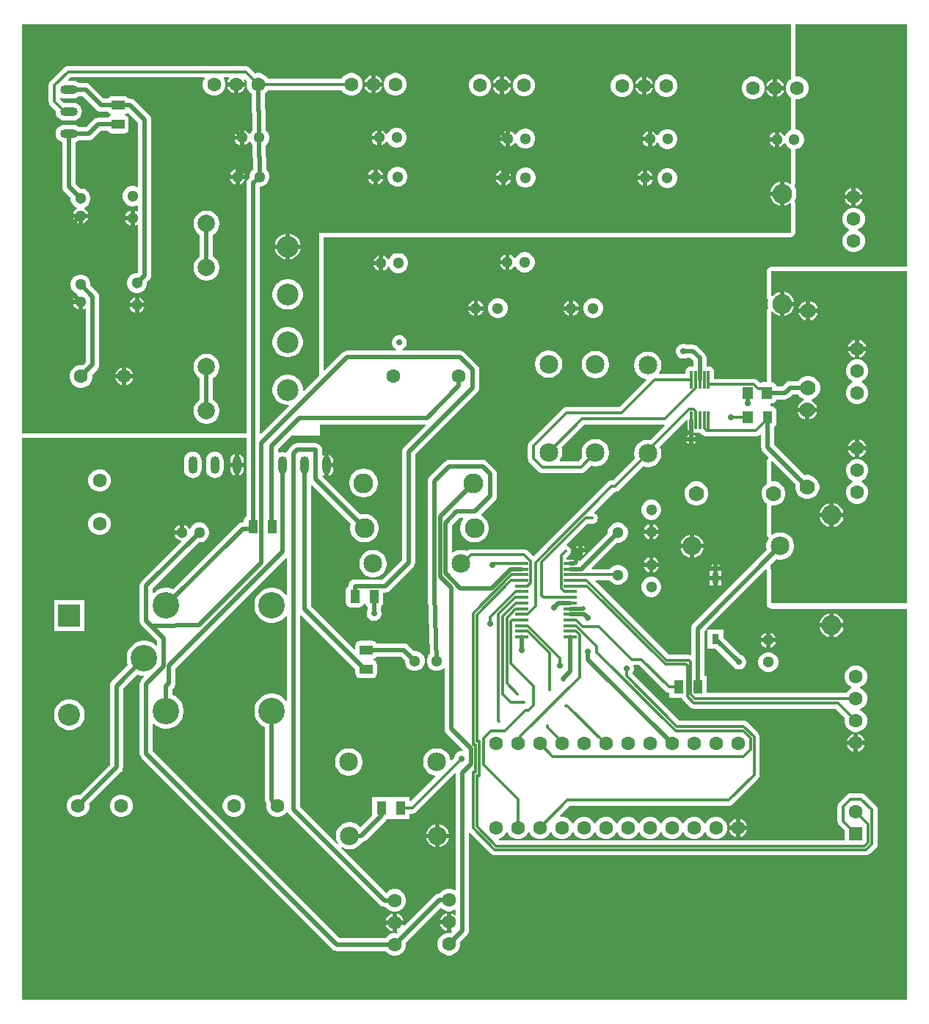
<source format=gtl>
G04*
G04 #@! TF.GenerationSoftware,Altium Limited,Altium Designer,23.7.1 (13)*
G04*
G04 Layer_Physical_Order=1*
G04 Layer_Color=255*
%FSTAX44Y44*%
%MOMM*%
G71*
G04*
G04 #@! TF.SameCoordinates,65A94E3A-F732-46F6-9CE8-1871680BC999*
G04*
G04*
G04 #@! TF.FilePolarity,Positive*
G04*
G01*
G75*
%ADD10C,0.3000*%
G04:AMPARAMS|DCode=18|XSize=0.3mm|YSize=2mm|CornerRadius=0.015mm|HoleSize=0mm|Usage=FLASHONLY|Rotation=0.000|XOffset=0mm|YOffset=0mm|HoleType=Round|Shape=RoundedRectangle|*
%AMROUNDEDRECTD18*
21,1,0.3000,1.9700,0,0,0.0*
21,1,0.2700,2.0000,0,0,0.0*
1,1,0.0300,0.1350,-0.9850*
1,1,0.0300,-0.1350,-0.9850*
1,1,0.0300,-0.1350,0.9850*
1,1,0.0300,0.1350,0.9850*
%
%ADD18ROUNDEDRECTD18*%
G04:AMPARAMS|DCode=19|XSize=1.2mm|YSize=1.425mm|CornerRadius=0.06mm|HoleSize=0mm|Usage=FLASHONLY|Rotation=0.000|XOffset=0mm|YOffset=0mm|HoleType=Round|Shape=RoundedRectangle|*
%AMROUNDEDRECTD19*
21,1,1.2000,1.3050,0,0,0.0*
21,1,1.0800,1.4250,0,0,0.0*
1,1,0.1200,0.5400,-0.6525*
1,1,0.1200,-0.5400,-0.6525*
1,1,0.1200,-0.5400,0.6525*
1,1,0.1200,0.5400,0.6525*
%
%ADD19ROUNDEDRECTD19*%
G04:AMPARAMS|DCode=20|XSize=0.3mm|YSize=1.6mm|CornerRadius=0.015mm|HoleSize=0mm|Usage=FLASHONLY|Rotation=270.000|XOffset=0mm|YOffset=0mm|HoleType=Round|Shape=RoundedRectangle|*
%AMROUNDEDRECTD20*
21,1,0.3000,1.5700,0,0,270.0*
21,1,0.2700,1.6000,0,0,270.0*
1,1,0.0300,-0.7850,-0.1350*
1,1,0.0300,-0.7850,0.1350*
1,1,0.0300,0.7850,0.1350*
1,1,0.0300,0.7850,-0.1350*
%
%ADD20ROUNDEDRECTD20*%
G04:AMPARAMS|DCode=21|XSize=1.5mm|YSize=1.1mm|CornerRadius=0.055mm|HoleSize=0mm|Usage=FLASHONLY|Rotation=270.000|XOffset=0mm|YOffset=0mm|HoleType=Round|Shape=RoundedRectangle|*
%AMROUNDEDRECTD21*
21,1,1.5000,0.9900,0,0,270.0*
21,1,1.3900,1.1000,0,0,270.0*
1,1,0.1100,-0.4950,-0.6950*
1,1,0.1100,-0.4950,0.6950*
1,1,0.1100,0.4950,0.6950*
1,1,0.1100,0.4950,-0.6950*
%
%ADD21ROUNDEDRECTD21*%
%ADD22R,0.8000X1.2000*%
G04:AMPARAMS|DCode=23|XSize=1.5mm|YSize=1.1mm|CornerRadius=0.055mm|HoleSize=0mm|Usage=FLASHONLY|Rotation=180.000|XOffset=0mm|YOffset=0mm|HoleType=Round|Shape=RoundedRectangle|*
%AMROUNDEDRECTD23*
21,1,1.5000,0.9900,0,0,180.0*
21,1,1.3900,1.1000,0,0,180.0*
1,1,0.1100,-0.6950,0.4950*
1,1,0.1100,0.6950,0.4950*
1,1,0.1100,0.6950,-0.4950*
1,1,0.1100,-0.6950,-0.4950*
%
%ADD23ROUNDEDRECTD23*%
%ADD24R,1.1000X1.5000*%
G04:AMPARAMS|DCode=25|XSize=1mm|YSize=1.425mm|CornerRadius=0.05mm|HoleSize=0mm|Usage=FLASHONLY|Rotation=0.000|XOffset=0mm|YOffset=0mm|HoleType=Round|Shape=RoundedRectangle|*
%AMROUNDEDRECTD25*
21,1,1.0000,1.3250,0,0,0.0*
21,1,0.9000,1.4250,0,0,0.0*
1,1,0.1000,0.4500,-0.6625*
1,1,0.1000,-0.4500,-0.6625*
1,1,0.1000,-0.4500,0.6625*
1,1,0.1000,0.4500,0.6625*
%
%ADD25ROUNDEDRECTD25*%
%ADD50C,0.5000*%
%ADD51C,1.6000*%
%ADD52C,1.3000*%
%ADD53C,2.1590*%
%ADD54C,1.7780*%
%ADD55C,2.2860*%
%ADD56O,1.0160X2.0320*%
%ADD57C,2.5000*%
%ADD58C,2.5400*%
%ADD59R,2.5400X2.5400*%
%ADD60C,2.0000*%
G04:AMPARAMS|DCode=61|XSize=1.6mm|YSize=1.6mm|CornerRadius=0.08mm|HoleSize=0mm|Usage=FLASHONLY|Rotation=90.000|XOffset=0mm|YOffset=0mm|HoleType=Round|Shape=RoundedRectangle|*
%AMROUNDEDRECTD61*
21,1,1.6000,1.4400,0,0,90.0*
21,1,1.4400,1.6000,0,0,90.0*
1,1,0.1600,0.7200,0.7200*
1,1,0.1600,0.7200,-0.7200*
1,1,0.1600,-0.7200,-0.7200*
1,1,0.1600,-0.7200,0.7200*
%
%ADD61ROUNDEDRECTD61*%
%ADD62O,2.0320X1.0160*%
%ADD63C,3.0480*%
%ADD64C,0.7000*%
G36*
X015245Y01243067D02*
X01523868Y01242702D01*
X01521448Y01240282D01*
X01519736Y01237318D01*
X0151885Y01234011D01*
Y01230588D01*
X01519736Y01227282D01*
X01521448Y01224318D01*
X01523868Y01221897D01*
X015245Y01221532D01*
Y01183834D01*
X01524061Y01183716D01*
X01521439Y01182202D01*
X01519298Y01180061D01*
X01517784Y01177439D01*
X01516425Y01177274D01*
X01515702Y01178526D01*
X01514026Y01180202D01*
X01511974Y01181387D01*
X01511Y01181647D01*
Y01173D01*
Y01164352D01*
X01511974Y01164613D01*
X01514026Y01165798D01*
X01515702Y01167474D01*
X01516425Y01168726D01*
X01517784Y01168561D01*
X01519298Y01165939D01*
X01521439Y01163798D01*
X01524061Y01162284D01*
X015245Y01162166D01*
Y01121859D01*
X01523327Y01121373D01*
X01523053Y01121647D01*
X01519877Y01123481D01*
X01517Y01124252D01*
Y011105D01*
Y01096749D01*
X01519877Y0109752D01*
X01523053Y01099353D01*
X01523327Y01099627D01*
X015245Y01099141D01*
Y010655D01*
X00980734D01*
X0098025Y01065015D01*
Y00900524D01*
X0096277Y00883044D01*
X009615Y0088357D01*
Y00886224D01*
X00960828Y00889605D01*
X00959508Y0089279D01*
X00957593Y00895656D01*
X00955156Y00898093D01*
X0095229Y00900008D01*
X00949105Y00901328D01*
X00945724Y00902D01*
X00942277D01*
X00938896Y00901328D01*
X00935711Y00900008D01*
X00932844Y00898093D01*
X00930407Y00895656D01*
X00928492Y0089279D01*
X00927173Y00889605D01*
X009265Y00886224D01*
Y00882776D01*
X00927173Y00879396D01*
X00928492Y00876211D01*
X00930407Y00873344D01*
X00932844Y00870907D01*
X00935711Y00868992D01*
X00938896Y00867673D01*
X00942277Y00867D01*
X0094493D01*
X00945456Y0086573D01*
X00913726Y00834D01*
X00911565D01*
Y011185D01*
X00912914D01*
X00915839Y01119284D01*
X00918461Y01120798D01*
X00920602Y01122939D01*
X00922116Y01125561D01*
X009229Y01128486D01*
Y01131514D01*
X00922116Y01134439D01*
X00920602Y01137061D01*
X00918965Y01138699D01*
Y01152398D01*
X00918965Y01152398D01*
X00918847Y01153293D01*
Y01166301D01*
X00920485Y01167939D01*
X00921999Y01170561D01*
X00922782Y01173486D01*
Y01176514D01*
X00921999Y01179439D01*
X00920485Y01182061D01*
X00918847Y01183699D01*
Y01204976D01*
X00918589Y01206934D01*
X00917834Y01208758D01*
X00917347Y01209392D01*
Y01225866D01*
X00917765Y01226107D01*
X00920185Y01228528D01*
X00921009Y01229954D01*
X01006189D01*
X01007013Y01228528D01*
X01009433Y01226107D01*
X01012398Y01224396D01*
X01015704Y0122351D01*
X01019127D01*
X01022433Y01224396D01*
X01025397Y01226107D01*
X01027818Y01228528D01*
X01029529Y01231492D01*
X01030415Y01234799D01*
Y01238222D01*
X01029529Y01241528D01*
X01027818Y01244492D01*
X01025397Y01246913D01*
X01022433Y01248624D01*
X01019127Y0124951D01*
X01015704D01*
X01012398Y01248624D01*
X01009433Y01246913D01*
X01007013Y01244492D01*
X01006189Y01243066D01*
X00921009D01*
X00920185Y01244492D01*
X00917765Y01246913D01*
X00914801Y01248624D01*
X00911494Y0124951D01*
X00908071D01*
X00906481Y01249084D01*
X00899919Y01255646D01*
X00898561Y01256688D01*
X0089698Y01257343D01*
X00895283Y01257566D01*
X00690514D01*
X00688817Y01257343D01*
X00687236Y01256688D01*
X00685878Y01255646D01*
X00670134Y01239902D01*
X00669092Y01238545D01*
X00668438Y01236963D01*
X00668214Y01235267D01*
Y0121665D01*
X00668438Y01214953D01*
X00669092Y01213372D01*
X00670134Y01212014D01*
X00676287Y01205861D01*
X00676183Y0120507D01*
X0067653Y01202439D01*
X00677545Y01199986D01*
X00679161Y01197881D01*
X00681267Y01196265D01*
X00683719Y01195249D01*
X0068635Y01194903D01*
X0069651D01*
X00699142Y01195249D01*
X00701594Y01196265D01*
X00703699Y01197881D01*
X00705315Y01199986D01*
X00706331Y01202439D01*
X00706677Y0120507D01*
X00706331Y01207701D01*
X00705315Y01210154D01*
X00703699Y01212259D01*
X00701594Y01213875D01*
X00699142Y01214891D01*
X0069651Y01215237D01*
X0068635D01*
X00685559Y01215133D01*
X0068138Y01219312D01*
X00681448Y01220478D01*
X00682497Y01221156D01*
X00683719Y01220649D01*
X0068635Y01220303D01*
X0069651D01*
X00699142Y01220649D01*
X00701594Y01221665D01*
X0070321Y01222905D01*
X00707559D01*
X00723313Y01207151D01*
X0072488Y01205949D01*
X00726704Y01205193D01*
X00728662Y01204935D01*
X00728662Y01204935D01*
X00736122D01*
X00737049Y01203549D01*
X00738885Y01202322D01*
X00739762Y01202148D01*
Y01200853D01*
X00738885Y01200678D01*
X00737049Y01199451D01*
X00736122Y01198065D01*
X00725078D01*
X0072312Y01197807D01*
X00721296Y01197051D01*
X00719729Y01195849D01*
X00719729Y01195849D01*
X00711115Y01187235D01*
X0070321D01*
X00701594Y01188475D01*
X00699142Y01189491D01*
X0069651Y01189837D01*
X0068635D01*
X00683719Y01189491D01*
X00681267Y01188475D01*
X00679161Y01186859D01*
X00677545Y01184753D01*
X0067653Y01182301D01*
X00676183Y0117967D01*
X0067653Y01177039D01*
X00677545Y01174586D01*
X00679161Y01172481D01*
X00681267Y01170865D01*
X00683719Y01169849D01*
X00683866Y0116983D01*
Y0111857D01*
X00684123Y01116612D01*
X00684879Y01114787D01*
X00686081Y01113221D01*
X006935Y01105802D01*
Y01103486D01*
X00694284Y01100561D01*
X00695798Y01097939D01*
X00697939Y01095798D01*
X00700561Y01094284D01*
X00700726Y01092925D01*
X00699474Y01092202D01*
X00697798Y01090526D01*
X00696613Y01088474D01*
X00696352Y010875D01*
X00705D01*
X00713647D01*
X00713387Y01088474D01*
X00712202Y01090526D01*
X00710526Y01092202D01*
X00709274Y01092925D01*
X00709439Y01094284D01*
X00712061Y01095798D01*
X00714202Y01097939D01*
X00715716Y01100561D01*
X007165Y01103486D01*
Y01106514D01*
X00715716Y01109439D01*
X00714202Y01112061D01*
X00712061Y01114202D01*
X00709439Y01115716D01*
X00706514Y011165D01*
X00704198D01*
X00698995Y01121703D01*
Y0116983D01*
X00699142Y01169849D01*
X00701594Y01170865D01*
X0070321Y01172105D01*
X00714248D01*
X00716206Y01172363D01*
X0071803Y01173119D01*
X00719597Y01174321D01*
X00728211Y01182935D01*
X00736122D01*
X00737049Y01181549D01*
X00738885Y01180322D01*
X0074105Y01179891D01*
X0075495D01*
X00757115Y01180322D01*
X00758951Y01181549D01*
X00760178Y01183385D01*
X00760609Y0118555D01*
Y0119545D01*
X00760178Y01197616D01*
X00758951Y01199451D01*
X00757115Y01200678D01*
X00756238Y01200853D01*
Y01202148D01*
X00757115Y01202322D01*
X00758951Y01203549D01*
X00760136Y01203665D01*
X00771453Y01192349D01*
Y01118523D01*
X00770353Y01117888D01*
X00769439Y01118416D01*
X00766514Y011192D01*
X00763486D01*
X00760561Y01118416D01*
X00757939Y01116902D01*
X00755798Y01114761D01*
X00754284Y01112139D01*
X007535Y01109214D01*
Y01106186D01*
X00754284Y01103261D01*
X00755798Y01100639D01*
X00757939Y01098498D01*
X00760561Y01096984D01*
X00763486Y010962D01*
X00766514D01*
X00769439Y01096984D01*
X00770353Y01097512D01*
X00771453Y01096877D01*
Y01090221D01*
X00770183Y010897D01*
X00768474Y01090687D01*
X007675Y01090948D01*
Y010823D01*
Y01073652D01*
X00768474Y01073913D01*
X00770183Y01074901D01*
X00771453Y0107438D01*
Y0101965D01*
X00770802Y01018999D01*
X00768486D01*
X00765561Y01018215D01*
X00762939Y01016701D01*
X00760798Y0101456D01*
X00759284Y01011937D01*
X007585Y01009013D01*
Y01005985D01*
X00759284Y0100306D01*
X00760798Y01000437D01*
X00762939Y00998296D01*
X00765561Y00996782D01*
X00768486Y00995999D01*
X00771514D01*
X00774439Y00996782D01*
X00777061Y00998296D01*
X00779202Y01000437D01*
X00780716Y0100306D01*
X007815Y01005985D01*
Y010083D01*
X00784367Y01011168D01*
X00784367Y01011168D01*
X00785569Y01012734D01*
X00786325Y01014559D01*
X00786583Y01016517D01*
Y01195482D01*
X00786325Y0119744D01*
X00785569Y01199264D01*
X00784367Y01200831D01*
X00767349Y01217849D01*
X00765782Y01219051D01*
X00763958Y01219807D01*
X00762Y01220065D01*
X00759878D01*
X00758951Y01221451D01*
X00757115Y01222678D01*
X0075495Y01223109D01*
X0074105D01*
X00738885Y01222678D01*
X00737049Y01221451D01*
X00736122Y01220065D01*
X00731795D01*
X00716041Y01235819D01*
X00714474Y01237021D01*
X0071265Y01237777D01*
X00710692Y01238035D01*
X0070321D01*
X00701594Y01239275D01*
X00699142Y01240291D01*
X0069651Y01240637D01*
X00691072D01*
X00690586Y0124181D01*
X00693229Y01244454D01*
X00847288D01*
X00847923Y01243354D01*
X00846869Y01241528D01*
X00845983Y01238222D01*
Y01234799D01*
X00846869Y01231492D01*
X0084858Y01228528D01*
X00851001Y01226107D01*
X00853965Y01224396D01*
X00857271Y0122351D01*
X00860694D01*
X00864001Y01224396D01*
X00866965Y01226107D01*
X00869385Y01228528D01*
X00871097Y01231492D01*
X00871983Y01234799D01*
Y01238222D01*
X00871097Y01241528D01*
X00870042Y01243354D01*
X00870677Y01244454D01*
X00875818D01*
X00876304Y01243281D01*
X00875981Y01242957D01*
X00874598Y01240563D01*
X00874182Y0123901D01*
X00894583D01*
X00894167Y01240563D01*
X00893491Y01241734D01*
X00894507Y01242514D01*
X00897209Y01239812D01*
X00896783Y01238222D01*
Y01234799D01*
X00897669Y01231492D01*
X0089938Y01228528D01*
X00901801Y01226107D01*
X00902218Y01225866D01*
Y01206476D01*
X00902476Y01204518D01*
X00903232Y01202693D01*
X00903718Y0120206D01*
Y01183699D01*
X0090208Y01182061D01*
X00900566Y01179439D01*
X00899207Y01179274D01*
X00898484Y01180526D01*
X00896808Y01182202D01*
X00894756Y01183387D01*
X00893782Y01183648D01*
Y01175D01*
Y01166352D01*
X00894756Y01166613D01*
X00896808Y01167798D01*
X00898484Y01169474D01*
X00899207Y01170726D01*
X00900566Y01170561D01*
X0090208Y01167939D01*
X00903718Y01166301D01*
Y01152516D01*
X00903836Y01151621D01*
Y01138699D01*
X00902198Y01137061D01*
X00900684Y01134439D01*
X008999Y01131514D01*
Y01129198D01*
X00898651Y01127949D01*
X00897449Y01126382D01*
X00896693Y01124558D01*
X00896435Y011226D01*
Y00834D01*
X00637586D01*
Y01305914D01*
X015245D01*
Y01243067D01*
D02*
G37*
G36*
X01658914Y00638698D02*
X01501969D01*
X01501765Y00638782D01*
Y00676709D01*
X01501377Y0067866D01*
X01501018Y00679197D01*
Y0068272D01*
X01507591Y00689293D01*
X01510544Y00688705D01*
X01513656D01*
X01516707Y00689312D01*
X01519582Y00690503D01*
X01522169Y00692231D01*
X01524369Y00694431D01*
X01526097Y00697018D01*
X01527288Y00699893D01*
X01527895Y00702944D01*
Y00706056D01*
X01527288Y00709107D01*
X01526097Y00711982D01*
X01524369Y00714569D01*
X01522169Y00716769D01*
X01519582Y00718497D01*
X01516707Y00719688D01*
X01513656Y00720295D01*
X01510544D01*
X01507493Y00719688D01*
X01504618Y00718497D01*
X01502794Y00717279D01*
X01502491Y00717649D01*
X01502017Y00718038D01*
X01501813Y00718147D01*
Y00718378D01*
X01501765Y0071862D01*
Y00750038D01*
X01501902Y00750311D01*
X01502671Y0075111D01*
X01506329D01*
X01509861Y00752057D01*
X01513029Y00753885D01*
X01515615Y00756472D01*
X01517443Y00759639D01*
X0151839Y00763172D01*
Y00766829D01*
X01517443Y00770362D01*
X01515615Y00773529D01*
X01513029Y00776115D01*
X01509861Y00777944D01*
X01506329Y0077889D01*
X01502671D01*
X01501902Y00779689D01*
X01501765Y00779962D01*
Y00801376D01*
X01501825Y0080168D01*
X01502105Y00801847D01*
X01503416Y00801886D01*
X01529898Y00775404D01*
X0152961Y00774329D01*
Y00770671D01*
X01530557Y00767139D01*
X01532385Y00763971D01*
X01534971Y00761385D01*
X01538139Y00759556D01*
X01541671Y0075861D01*
X01545329D01*
X01548861Y00759556D01*
X01552029Y00761385D01*
X01554615Y00763971D01*
X01556443Y00767139D01*
X0155739Y00770671D01*
Y00774329D01*
X01556443Y00777861D01*
X01554615Y00781029D01*
X01552029Y00783615D01*
X01548861Y00785443D01*
X01545329Y0078639D01*
X01541671D01*
X01540596Y00786102D01*
X01505565Y00821133D01*
Y00841808D01*
X01506465Y0084241D01*
X01507681Y00844229D01*
X01508108Y00846375D01*
Y00859625D01*
X01507681Y00861771D01*
X01506465Y0086359D01*
X01504646Y00864806D01*
X015025Y00865233D01*
X01501018D01*
Y00868765D01*
X015024D01*
X01504585Y008692D01*
X01506437Y00870438D01*
X01507675Y0087229D01*
X01507903Y00873435D01*
X01517904D01*
X01519862Y00873693D01*
X01521686Y00874449D01*
X01523253Y00875651D01*
X01526638Y00879035D01*
X01532829D01*
X01533385Y00878072D01*
X01535971Y00875485D01*
X01539138Y00873657D01*
X01539734Y00873497D01*
Y00872182D01*
X01539104Y00872014D01*
X01536507Y00870514D01*
X01534386Y00868393D01*
X01532886Y00865796D01*
X01532378Y008639D01*
X015435D01*
X01554622D01*
X01554114Y00865796D01*
X01552614Y00868393D01*
X01550494Y00870514D01*
X01548131Y00871878D01*
X01548089Y0087268D01*
X01548246Y00873224D01*
X01549861Y00873657D01*
X01553029Y00875485D01*
X01555615Y00878072D01*
X01557443Y00881239D01*
X0155839Y00884772D01*
Y00888429D01*
X01557443Y00891962D01*
X01555615Y00895129D01*
X01553029Y00897715D01*
X01549861Y00899544D01*
X01546328Y0090049D01*
X01542671D01*
X01539138Y00899544D01*
X01535971Y00897715D01*
X01533385Y00895129D01*
X01532829Y00894165D01*
X01523504D01*
X01523504Y00894165D01*
X01521546Y00893907D01*
X01519722Y00893151D01*
X01518155Y00891949D01*
X01514771Y00888565D01*
X01507903D01*
X01507675Y0088971D01*
X01506437Y00891562D01*
X01504585Y008928D01*
X015024Y00893235D01*
X01501765D01*
Y00974028D01*
X01502217Y00974515D01*
X01502301Y00974547D01*
X01503795Y00974505D01*
X01505947Y00972353D01*
X01509123Y00970519D01*
X01512Y00969749D01*
Y009835D01*
Y00997252D01*
X01509123Y00996481D01*
X01505947Y00994647D01*
X01503794Y00992495D01*
X01502301Y00992454D01*
X01502217Y00992486D01*
X01501765Y00992973D01*
Y01020339D01*
X01501791Y01020428D01*
X01501813Y01020658D01*
X01501977Y01020822D01*
X01502028Y01020899D01*
X01502324Y01021144D01*
X0150255Y01021266D01*
X01502729Y01021414D01*
X0150296D01*
X01503213Y01021464D01*
X01658914D01*
Y00638698D01*
D02*
G37*
G36*
Y01026562D02*
X01502711D01*
X01501966Y01026414D01*
X0150121Y01026336D01*
X01500997Y01026221D01*
X0150076Y01026174D01*
X01500128Y01025752D01*
X0149946Y01025391D01*
X01498514Y01024609D01*
X01498361Y01024421D01*
X0149816Y01024286D01*
X01497738Y01023655D01*
X01497259Y01023066D01*
X01497189Y01022834D01*
X01497055Y01022632D01*
X01496907Y01021887D01*
X01496689Y0102116D01*
X01496714Y01020919D01*
X01496667Y01020681D01*
Y00991756D01*
X01496732Y00991426D01*
X0149671Y0099109D01*
X01496925Y00990459D01*
X01497055Y00989805D01*
X01497242Y00989525D01*
X0149735Y00989207D01*
X01497789Y00988705D01*
X0149816Y00988151D01*
X01498439Y00987964D01*
X014986Y00987782D01*
X0149807Y00985118D01*
Y00981882D01*
X014986Y00979219D01*
X01498439Y00979036D01*
X0149816Y00978849D01*
X01497789Y00978295D01*
X0149735Y00977794D01*
X01497242Y00977475D01*
X01497055Y00977196D01*
X01496925Y00976542D01*
X0149671Y0097591D01*
X01496732Y00975574D01*
X01496667Y00975245D01*
Y00893235D01*
X014916D01*
X01489415Y008928D01*
X01489087Y00892581D01*
X01489D01*
X0148632Y00895261D01*
X01484962Y00896303D01*
X01483381Y00896958D01*
X01481684Y00897181D01*
X01436101D01*
Y009061D01*
X01435701Y0090811D01*
X01434563Y00909813D01*
X01432859Y00910951D01*
X0143085Y00911351D01*
X0142815D01*
X01428046Y0091133D01*
X01427065Y00912136D01*
Y009211D01*
X01427065Y009211D01*
X01426807Y00923058D01*
X01426051Y00924882D01*
X01424849Y00926449D01*
X01424849Y00926449D01*
X01417071Y00934227D01*
X01415504Y00935429D01*
X0141368Y00936185D01*
X01411722Y00936443D01*
X01404347D01*
X01403731Y00936799D01*
X01401569Y00937378D01*
X01399331D01*
X01397169Y00936799D01*
X01395231Y0093568D01*
X01393648Y00934097D01*
X01392529Y00932159D01*
X0139195Y00929997D01*
Y00927759D01*
X01392529Y00925597D01*
X01393648Y00923659D01*
X01395231Y00922076D01*
X01397169Y00920957D01*
X01399331Y00920378D01*
X01401569D01*
X01403731Y00920957D01*
X01404347Y00921313D01*
X01408588D01*
X01411935Y00917966D01*
Y00912136D01*
X01410953Y0091133D01*
X0141085Y00911351D01*
X0140815D01*
X0140614Y00910951D01*
X01404437Y00909813D01*
X01403299Y0090811D01*
X01402899Y009061D01*
Y00902806D01*
X01373299D01*
X01372701Y00903926D01*
X01373497Y00905118D01*
X01374688Y00907993D01*
X01375295Y00911044D01*
Y00914156D01*
X01374688Y00917207D01*
X01373497Y00920082D01*
X01371769Y00922669D01*
X01369569Y00924869D01*
X01366982Y00926598D01*
X01364107Y00927788D01*
X01361056Y00928395D01*
X01357944D01*
X01354893Y00927788D01*
X01352018Y00926598D01*
X01349431Y00924869D01*
X01347231Y00922669D01*
X01345503Y00920082D01*
X01344312Y00917207D01*
X01343705Y00914156D01*
Y00911044D01*
X01344312Y00907993D01*
X01345503Y00905118D01*
X01347231Y00902531D01*
X01349431Y00900331D01*
X01352018Y00898603D01*
X01354893Y00897412D01*
X01357237Y00896946D01*
X01357655Y00895568D01*
X013266Y00864513D01*
X01265998D01*
X01264301Y00864289D01*
X0126272Y00863634D01*
X01261362Y00862592D01*
X01223069Y00824299D01*
X01222027Y00822942D01*
X01221372Y0082136D01*
X01221149Y00819664D01*
Y00805336D01*
X01221372Y00803639D01*
X01222027Y00802058D01*
X01223069Y008007D01*
X012332Y00790569D01*
X01234558Y00789527D01*
X01236139Y00788872D01*
X01237836Y00788649D01*
X01282205D01*
X01283902Y00788872D01*
X01285483Y00789527D01*
X01286841Y00790569D01*
X01293467Y00797195D01*
X01294393Y00796812D01*
X01297444Y00796205D01*
X01300556D01*
X01303607Y00796812D01*
X01306482Y00798003D01*
X01309069Y00799731D01*
X01311269Y00801931D01*
X01312997Y00804518D01*
X01314188Y00807393D01*
X01314795Y00810444D01*
Y00813556D01*
X01314188Y00816607D01*
X01312997Y00819482D01*
X01311269Y00822069D01*
X01309069Y00824269D01*
X01306482Y00825997D01*
X01303607Y00827188D01*
X01300556Y00827795D01*
X01297444D01*
X01294393Y00827188D01*
X01291519Y00825997D01*
X01288931Y00824269D01*
X01286731Y00822069D01*
X01285003Y00819482D01*
X01283812Y00816607D01*
X01283205Y00813556D01*
Y00810444D01*
X01283812Y00807393D01*
X01284196Y00806467D01*
X0127949Y00801761D01*
X01258348D01*
X01257669Y00803031D01*
X01258997Y00805018D01*
X01260188Y00807893D01*
X01260795Y00810944D01*
Y00814055D01*
X01260188Y00817107D01*
X01259804Y00818033D01*
X01286396Y00844624D01*
X01378358D01*
X01378884Y00843354D01*
X01362115Y00826584D01*
X01361056Y00826795D01*
X01357944D01*
X01354893Y00826188D01*
X01352018Y00824997D01*
X01349431Y00823269D01*
X01347231Y00821069D01*
X01345503Y00818482D01*
X01344312Y00815607D01*
X01343705Y00812556D01*
Y00809445D01*
X01344312Y00806393D01*
X01344695Y00805467D01*
X01319069Y00779841D01*
X01317643D01*
X01315946Y00779618D01*
X01314365Y00778963D01*
X01313007Y00777921D01*
X01227778Y00692691D01*
X01221583Y00698886D01*
X01220226Y00699928D01*
X01218644Y00700583D01*
X01216947Y00700806D01*
X01155381D01*
X01153684Y00700583D01*
X01152103Y00699928D01*
X01150745Y00698886D01*
X01150332Y00698474D01*
X01148607Y00699188D01*
X01145556Y00699795D01*
X01142445D01*
X01139393Y00699188D01*
X01136518Y00697998D01*
X0113454Y00696675D01*
X0113327Y00697354D01*
Y00727856D01*
X01142069Y00736655D01*
X0114626D01*
X01146553Y0073595D01*
X01146679Y00735385D01*
X0114494Y00732782D01*
X01143701Y00729792D01*
X0114307Y00726618D01*
Y00723382D01*
X01143701Y00720207D01*
X0114494Y00717217D01*
X01146738Y00714526D01*
X01149026Y00712238D01*
X01151717Y0071044D01*
X01154707Y00709201D01*
X01157882Y0070857D01*
X01161118D01*
X01164292Y00709201D01*
X01167282Y0071044D01*
X01169973Y00712238D01*
X01172262Y00714526D01*
X0117406Y00717217D01*
X01175298Y00720207D01*
X0117593Y00723382D01*
Y00726618D01*
X01175298Y00729792D01*
X0117406Y00732782D01*
X01172262Y00735473D01*
X01169973Y00737762D01*
X01167472Y00739433D01*
X01167045Y00740803D01*
X01182893Y00756651D01*
X01182893Y00756651D01*
X01184095Y00758218D01*
X01184851Y00760042D01*
X01185109Y00762D01*
Y007874D01*
X01185109Y007874D01*
X01184851Y00789358D01*
X01184095Y00791182D01*
X01182893Y00792749D01*
X01182893Y00792749D01*
X01174257Y00801385D01*
X0117269Y00802587D01*
X01170866Y00803343D01*
X01168908Y00803601D01*
X011303D01*
X01128342Y00803343D01*
X01126518Y00802587D01*
X01124951Y00801385D01*
X01107679Y00784113D01*
X01106477Y00782546D01*
X01105721Y00780722D01*
X01105463Y00778764D01*
Y00648462D01*
X01105483Y00648315D01*
X01105469Y00648168D01*
X01108104Y00580368D01*
X01106797Y00579061D01*
X01105284Y00576439D01*
X011045Y00573514D01*
Y00570486D01*
X01105284Y00567561D01*
X01106797Y00564939D01*
X01108939Y00562798D01*
X01111561Y00561284D01*
X01114486Y005605D01*
X01117514D01*
X01120439Y00561284D01*
X01123061Y00562798D01*
X01123848Y00563585D01*
X01125021Y00563099D01*
Y00493576D01*
X01125279Y00491618D01*
X01126035Y00489794D01*
X01127237Y00488227D01*
X01146287Y00469177D01*
X0114563Y00468039D01*
X01145619Y00468041D01*
X01143381D01*
X01141219Y00467462D01*
X01139281Y00466343D01*
X01137698Y00464761D01*
X01136579Y00462822D01*
X01136Y0046066D01*
Y00460313D01*
X01133032Y00457345D01*
X01131654Y00457763D01*
X01131188Y00460107D01*
X01129997Y00462982D01*
X01128269Y00465569D01*
X01126068Y00467769D01*
X01123482Y00469498D01*
X01120607Y00470688D01*
X01117555Y00471295D01*
X01114444D01*
X01111393Y00470688D01*
X01108518Y00469498D01*
X01105931Y00467769D01*
X01103731Y00465569D01*
X01102002Y00462982D01*
X01100812Y00460107D01*
X01100205Y00457056D01*
Y00453945D01*
X01100812Y00450893D01*
X01102002Y00448018D01*
X01103731Y00445432D01*
X01105931Y00443231D01*
X01108518Y00441503D01*
X01111393Y00440312D01*
X01113737Y00439846D01*
X01114155Y00438468D01*
X0108577Y00410083D01*
X010845Y00410609D01*
Y00415D01*
X0106377D01*
X010635Y00415D01*
X010625D01*
X0106223Y00415D01*
X010415D01*
Y00393898D01*
X01028126Y00380524D01*
X01027669Y00380569D01*
X01025469Y00382769D01*
X01022882Y00384497D01*
X01020007Y00385688D01*
X01016956Y00386295D01*
X01013844D01*
X01010793Y00385688D01*
X01007918Y00384497D01*
X01005331Y00382769D01*
X01003131Y00380569D01*
X01001403Y00377982D01*
X01000212Y00375107D01*
X00999605Y00372056D01*
Y00368945D01*
X01000212Y00365893D01*
X01001403Y00363018D01*
X01002194Y00361834D01*
X01001208Y00361025D01*
X00958287Y00403945D01*
Y00624355D01*
X0095946Y00624841D01*
X01021891Y0056241D01*
Y0055755D01*
X01022322Y00555384D01*
X01023549Y00553548D01*
X01025384Y00552322D01*
X0102755Y00551891D01*
X0104145D01*
X01043615Y00552322D01*
X01045451Y00553548D01*
X01046678Y00555384D01*
X01047109Y0055755D01*
Y0056745D01*
X01046678Y00569615D01*
X01045451Y00571451D01*
X01043615Y00572678D01*
X01042737Y00572853D01*
Y00574147D01*
X01043615Y00574322D01*
X01045451Y00575549D01*
X01046378Y00576936D01*
X01074966D01*
X010791Y00572802D01*
Y00570486D01*
X01079883Y00567561D01*
X01081397Y00564939D01*
X01083539Y00562798D01*
X01086161Y00561284D01*
X01089086Y005605D01*
X01092114D01*
X01095039Y00561284D01*
X01097661Y00562798D01*
X01099802Y00564939D01*
X01101316Y00567561D01*
X011021Y00570486D01*
Y00573514D01*
X01101316Y00576439D01*
X01099802Y00579061D01*
X01097661Y00581202D01*
X01095039Y00582716D01*
X01092114Y005835D01*
X01089798D01*
X01083448Y00589849D01*
X01081882Y00591051D01*
X01080057Y00591807D01*
X01078099Y00592065D01*
X01046378D01*
X01045451Y00593451D01*
X01043615Y00594678D01*
X0104145Y00595109D01*
X0102755D01*
X01025384Y00594678D01*
X01023549Y00593451D01*
X01022322Y00591616D01*
X01021891Y0058945D01*
Y00585466D01*
X01020718Y0058498D01*
X00971065Y00634633D01*
Y00774077D01*
X00972238Y00774563D01*
X01016792Y0073001D01*
X01016701Y00729792D01*
X0101607Y00726618D01*
Y00723382D01*
X01016701Y00720207D01*
X0101794Y00717217D01*
X01019738Y00714526D01*
X01022026Y00712238D01*
X01024717Y0071044D01*
X01027707Y00709201D01*
X01030882Y0070857D01*
X01034118D01*
X01037292Y00709201D01*
X01040282Y0071044D01*
X01042973Y00712238D01*
X01045262Y00714526D01*
X0104706Y00717217D01*
X01048298Y00720207D01*
X0104893Y00723382D01*
Y00726618D01*
X01048298Y00729792D01*
X0104706Y00732782D01*
X01045262Y00735473D01*
X01042973Y00737762D01*
X01040282Y0073956D01*
X01037292Y00740798D01*
X01034118Y0074143D01*
X01030882D01*
X01027707Y00740798D01*
X0102749Y00740708D01*
X00983927Y0078427D01*
X00984012Y00785055D01*
X0098449Y00785388D01*
X00985267Y00785721D01*
X009864Y00785251D01*
Y007975D01*
Y00809749D01*
X00985078Y00809201D01*
X00984826Y00809008D01*
X00983687Y0080957D01*
Y0081534D01*
X00983429Y00817298D01*
X00982673Y00819122D01*
X00981471Y00820689D01*
X00979904Y00821891D01*
X0097808Y00822647D01*
X00976122Y00822905D01*
X00954786D01*
X00952828Y00822647D01*
X00951004Y00821891D01*
X00949437Y00820689D01*
X00945373Y00816625D01*
X00944171Y00815058D01*
X00943415Y00813234D01*
X00943344Y00812693D01*
X00942028Y00811863D01*
X00940732Y00812401D01*
X009381Y00812747D01*
X00935469Y00812401D01*
X00934157Y00811857D01*
X00932887Y00812706D01*
Y00816779D01*
X00948108Y00832D01*
X009815D01*
Y00844605D01*
X01102758D01*
X01103244Y00843432D01*
X01077961Y00818149D01*
X01076759Y00816582D01*
X01076003Y00814758D01*
X01075745Y008128D01*
Y00688171D01*
X01053419Y00665845D01*
X010215D01*
X01019542Y00665587D01*
X01017718Y00664831D01*
X01016151Y00663629D01*
X01014949Y00662063D01*
X01014193Y00660238D01*
X0101395Y00658387D01*
X01012549Y00657451D01*
X01011322Y00655616D01*
X01010891Y0065345D01*
Y0063955D01*
X01011322Y00637385D01*
X01012549Y00635549D01*
X01014385Y00634322D01*
X0101655Y00633891D01*
X0102645D01*
X01028616Y00634322D01*
X01030451Y00635549D01*
X01031678Y00637385D01*
X01031853Y00638262D01*
X01033148D01*
X01033322Y00637385D01*
X01034549Y00635549D01*
X01035935Y00634622D01*
Y00630398D01*
X01035579Y00629781D01*
X01035Y00627619D01*
Y00625381D01*
X01035579Y00623219D01*
X01036698Y00621281D01*
X01038281Y00619698D01*
X01040219Y00618579D01*
X01042381Y00618D01*
X01044619D01*
X01046781Y00618579D01*
X01048719Y00619698D01*
X01050302Y00621281D01*
X01051421Y00623219D01*
X01052Y00625381D01*
Y00627619D01*
X01051421Y00629781D01*
X01051065Y00630397D01*
Y00634622D01*
X01052451Y00635549D01*
X01053678Y00637385D01*
X01054109Y0063955D01*
Y00650715D01*
X01056552D01*
X0105851Y00650973D01*
X01060334Y00651729D01*
X01061901Y00652931D01*
X01088659Y00679689D01*
X01088659Y00679689D01*
X01089861Y00681256D01*
X01090617Y0068308D01*
X01090875Y00685038D01*
Y00809667D01*
X01162573Y00881365D01*
X01162573Y00881365D01*
X01163775Y00882932D01*
X01164531Y00884756D01*
X01164789Y00886714D01*
Y00907796D01*
X01164789Y00907796D01*
X01164531Y00909754D01*
X01163775Y00911578D01*
X01162573Y00913145D01*
X01162573Y00913145D01*
X01148349Y00927369D01*
X01146782Y00928571D01*
X01144958Y00929327D01*
X01143Y00929585D01*
X01076312D01*
X01076145Y00930855D01*
X01076177Y00930863D01*
X01078115Y00931982D01*
X01079698Y00933565D01*
X01080817Y00935503D01*
X01081396Y00937665D01*
Y00939903D01*
X01080817Y00942065D01*
X01079698Y00944003D01*
X01078115Y00945586D01*
X01076177Y00946705D01*
X01074015Y00947284D01*
X01071777D01*
X01069615Y00946705D01*
X01067677Y00945586D01*
X01066094Y00944003D01*
X01064975Y00942065D01*
X01064396Y00939903D01*
Y00937665D01*
X01064975Y00935503D01*
X01066094Y00933565D01*
X01067677Y00931982D01*
X01069615Y00930863D01*
X01069647Y00930855D01*
X0106948Y00929585D01*
X01012444D01*
X01012444Y00929585D01*
X01010486Y00929327D01*
X01008662Y00928571D01*
X01007095Y00927369D01*
X01007095Y00927369D01*
X00986521Y00906795D01*
X00985348Y00907281D01*
Y01060402D01*
X015245D01*
X01526451Y0106079D01*
X01528105Y01061895D01*
X0152921Y01063549D01*
X01529598Y010655D01*
Y01099141D01*
X0152921Y01101092D01*
X01528592Y01102017D01*
X0152906Y01102718D01*
X01530298Y01105708D01*
X0153093Y01108882D01*
Y01112118D01*
X01530298Y01115293D01*
X0152906Y01118283D01*
X01528592Y01118983D01*
X0152921Y01119909D01*
X01529598Y01121859D01*
Y011615D01*
X01530014D01*
X01532939Y01162284D01*
X01535561Y01163798D01*
X01537702Y01165939D01*
X01539216Y01168561D01*
X0154Y01171486D01*
Y01174514D01*
X01539216Y01177439D01*
X01537702Y01180061D01*
X01535561Y01182202D01*
X01532939Y01183716D01*
X01530014Y011845D01*
X01529598D01*
Y01218885D01*
X01530139Y012193D01*
X01533562D01*
X01536868Y01220186D01*
X01539832Y01221897D01*
X01542253Y01224318D01*
X01543964Y01227282D01*
X0154485Y01230588D01*
Y01234011D01*
X01543964Y01237318D01*
X01542253Y01240282D01*
X01539832Y01242702D01*
X01536868Y01244414D01*
X01533562Y012453D01*
X01530139D01*
X01529598Y01245715D01*
Y01305914D01*
X01658914D01*
Y01026562D01*
D02*
G37*
G36*
X01405448Y00849714D02*
Y008399D01*
X01405654Y00838866D01*
X01406239Y00837989D01*
X01407116Y00837404D01*
X0140815Y00837198D01*
X01408762D01*
X01409437Y00836187D01*
X01411141Y00835049D01*
X0141315Y00834649D01*
X0141585D01*
X01417859Y00835049D01*
X01419245Y00835974D01*
X01419864Y00835166D01*
X01422416Y00832614D01*
X01423774Y00831572D01*
X01425355Y00830917D01*
X01427052Y00830694D01*
X01484375D01*
X01486072Y00830917D01*
X01487653Y00831572D01*
X01489011Y00832614D01*
X01489262Y00832865D01*
X01490435Y00832379D01*
Y00818D01*
X01490693Y00816042D01*
X01491449Y00814218D01*
X01492651Y00812651D01*
X01498289Y00807013D01*
X0149816Y00805482D01*
X01497055Y00803829D01*
X01496667Y00801878D01*
Y00779586D01*
X01496732Y00779256D01*
X0149671Y0077892D01*
X01496925Y00778289D01*
X01497055Y00777635D01*
X01496516Y00776429D01*
X01495971Y00776115D01*
X01493385Y00773529D01*
X01491557Y00770362D01*
X0149061Y00766829D01*
Y00763172D01*
X01491557Y00759639D01*
X01493385Y00756472D01*
X01495971Y00753885D01*
X01496516Y00753571D01*
X01497055Y00752365D01*
X01496925Y00751712D01*
X0149671Y0075108D01*
X01496732Y00750745D01*
X01496667Y00750415D01*
Y00718118D01*
X01496813Y00717384D01*
X01496886Y00716638D01*
X01497005Y00716415D01*
X01497055Y00716167D01*
X01497471Y00715545D01*
X01497824Y00714884D01*
X0149802Y00714724D01*
X0149816Y00714513D01*
X01498783Y00714097D01*
X01499256Y00713708D01*
X01498103Y00711982D01*
X01496912Y00709107D01*
X01496305Y00706056D01*
Y00702944D01*
X01496893Y00699991D01*
X01411651Y00614749D01*
X01410449Y00613182D01*
X01409693Y00611358D01*
X01409435Y006094D01*
Y00579837D01*
X01408165Y0057887D01*
X01407243Y00578991D01*
X01383816D01*
X01299286Y00663521D01*
X01299773Y00664694D01*
X0131542D01*
X01315798Y00664039D01*
X01317939Y00661898D01*
X01320561Y00660384D01*
X01323486Y006596D01*
X01326514D01*
X01329439Y00660384D01*
X01332061Y00661898D01*
X01334202Y00664039D01*
X01335716Y00666661D01*
X013365Y00669586D01*
Y00672614D01*
X01335716Y00675539D01*
X01334202Y00678161D01*
X01332061Y00680302D01*
X01329439Y00681816D01*
X01326514Y006826D01*
X01323486D01*
X01320561Y00681816D01*
X01317939Y00680302D01*
X01315798Y00678161D01*
X01315593Y00677806D01*
X01295264D01*
X01294778Y00678979D01*
X01324198Y007084D01*
X01326514D01*
X01329439Y00709184D01*
X01332061Y00710698D01*
X01334202Y00712839D01*
X01335716Y00715461D01*
X013365Y00718386D01*
Y00721414D01*
X01335716Y00724339D01*
X01334202Y00726961D01*
X01332061Y00729102D01*
X01329439Y00730616D01*
X01326514Y007314D01*
X01323486D01*
X01320561Y00730616D01*
X01317939Y00729102D01*
X01315798Y00726961D01*
X01314284Y00724339D01*
X013135Y00721414D01*
Y00719098D01*
X01281458Y00687057D01*
X01279903Y00687297D01*
X01279761Y00687511D01*
X01278884Y00688096D01*
X0127785Y00688302D01*
X01266056D01*
Y00690702D01*
X01269136Y00693782D01*
X01270178Y0069514D01*
X01270833Y00696721D01*
X01271056Y00698418D01*
X01270833Y00700115D01*
X01270177Y00701696D01*
X01269136Y00703054D01*
X01267778Y00704096D01*
X01266536Y0070461D01*
X01266053Y00705924D01*
X01290216Y00730086D01*
X01295142D01*
X01296839Y0073031D01*
X0129842Y00730965D01*
X01299778Y00732006D01*
X0130082Y00733364D01*
X01301475Y00734945D01*
X01301698Y00736642D01*
X01301475Y00738339D01*
X0130082Y0073992D01*
X01299778Y00741278D01*
X0129842Y0074232D01*
X01297943Y00742517D01*
X01297645Y00744016D01*
X01320358Y00766729D01*
X01321785D01*
X01323482Y00766953D01*
X01325063Y00767607D01*
X01326421Y00768649D01*
X01353967Y00796196D01*
X01354893Y00795812D01*
X01357944Y00795205D01*
X01361056D01*
X01364107Y00795812D01*
X01366982Y00797003D01*
X01369569Y00798731D01*
X01371769Y00800931D01*
X01373497Y00803518D01*
X01374688Y00806393D01*
X01375295Y00809445D01*
Y00812556D01*
X01374688Y00815607D01*
X01373497Y00818482D01*
X0137312Y00819046D01*
X01404275Y008502D01*
X01405448Y00849714D01*
D02*
G37*
G36*
X00896435Y00738378D02*
X00895049Y00737451D01*
X00893822Y00735615D01*
X00893391Y0073345D01*
Y00732449D01*
X0089228Y00732065D01*
X00890322Y00731807D01*
X00888497Y00731051D01*
X00886931Y00729849D01*
X00811666Y00654585D01*
X00809644Y00655422D01*
X00805733Y006562D01*
X00801746D01*
X00797836Y00655422D01*
X00794153Y00653897D01*
X00790838Y00651682D01*
X00789534Y00650378D01*
X00788361Y00650864D01*
Y00655663D01*
X00841198Y007085D01*
X00843514D01*
X00846439Y00709284D01*
X00849061Y00710798D01*
X00851202Y00712939D01*
X00852716Y00715561D01*
X008535Y00718486D01*
Y00721514D01*
X00852716Y00724439D01*
X00851202Y00727061D01*
X00849061Y00729202D01*
X00846439Y00730716D01*
X00843514Y007315D01*
X00840486D01*
X00837561Y00730716D01*
X00834939Y00729202D01*
X00832798Y00727061D01*
X00831284Y00724439D01*
X00829925Y00724274D01*
X00829202Y00725526D01*
X00827526Y00727202D01*
X00825474Y00728387D01*
X008245Y00728648D01*
Y0072D01*
X00822D01*
Y007175D01*
X00813352D01*
X00813613Y00716526D01*
X00814798Y00714474D01*
X00816474Y00712798D01*
X00818526Y00711613D01*
X00820571Y00711066D01*
X00821164Y00709863D01*
X00775447Y00664145D01*
X00774245Y00662579D01*
X00773489Y00660754D01*
X00773231Y00658796D01*
Y00617946D01*
X00773489Y00615988D01*
X00774245Y00614164D01*
X00775447Y00612597D01*
X00781144Y006069D01*
X00793515Y00594529D01*
Y00590108D01*
X00792342Y00589622D01*
X00791242Y00590722D01*
X00787927Y00592937D01*
X00784244Y00594462D01*
X00780333Y0059524D01*
X00776346D01*
X00772436Y00594462D01*
X00768753Y00592937D01*
X00765438Y00590722D01*
X00762618Y00587902D01*
X00760403Y00584587D01*
X00758878Y00580904D01*
X007581Y00576994D01*
Y00573007D01*
X00758878Y00569096D01*
X00759715Y00567074D01*
X00741157Y00548515D01*
X00739955Y00546949D01*
X00739199Y00545124D01*
X00738941Y00543166D01*
Y00452639D01*
X00704177Y00417875D01*
X00703712Y00418D01*
X00700289D01*
X00696982Y00417114D01*
X00694018Y00415402D01*
X00691598Y00412982D01*
X00689886Y00410018D01*
X00689Y00406711D01*
Y00403288D01*
X00689886Y00399982D01*
X00691598Y00397018D01*
X00694018Y00394597D01*
X00696982Y00392886D01*
X00700289Y00392D01*
X00703712D01*
X00707018Y00392886D01*
X00709982Y00394597D01*
X00712403Y00397018D01*
X00714114Y00399982D01*
X00715Y00403288D01*
Y00406711D01*
X00714875Y00407177D01*
X00751855Y00444157D01*
X00753057Y00445723D01*
X00753813Y00447548D01*
X00754071Y00449506D01*
Y00540033D01*
X00770414Y00556376D01*
X00772436Y00555538D01*
X00776346Y0055476D01*
X00777902D01*
X00778388Y00553587D01*
X00775447Y00550646D01*
X00774245Y00549079D01*
X00773489Y00547255D01*
X00773231Y00545297D01*
Y00465074D01*
X00773489Y00463116D01*
X00774245Y00461292D01*
X00775447Y00459725D01*
X00995421Y00239751D01*
X00996988Y00238549D01*
X00998812Y00237793D01*
X0100077Y00237535D01*
X01056856D01*
X01057097Y00237118D01*
X01059518Y00234697D01*
X01062482Y00232986D01*
X01065788Y002321D01*
X01069212D01*
X01072518Y00232986D01*
X01075482Y00234697D01*
X01077903Y00237118D01*
X01079614Y00240082D01*
X010805Y00243388D01*
Y00246811D01*
X01080375Y00247277D01*
X01120557Y00287458D01*
X01122018Y00285998D01*
X01124982Y00284286D01*
X01128288Y002834D01*
X01131711D01*
X01135018Y00284286D01*
X01136875Y00285359D01*
X01137975Y00284724D01*
Y00279533D01*
X01136802Y00279047D01*
X01136447Y00279402D01*
X01134053Y00280785D01*
X011325Y00281201D01*
Y00271D01*
Y002608D01*
X0113278Y00260875D01*
X01133438Y00259736D01*
X01132177Y00258475D01*
X01131711Y002586D01*
X01128288D01*
X01124982Y00257714D01*
X01122018Y00256003D01*
X01119597Y00253582D01*
X01117886Y00250618D01*
X01117Y00247312D01*
Y00243889D01*
X01117886Y00240582D01*
X01119597Y00237618D01*
X01122018Y00235198D01*
X01124982Y00233486D01*
X01128288Y002326D01*
X01131711D01*
X01135018Y00233486D01*
X01137982Y00235198D01*
X01140402Y00237618D01*
X01142114Y00240582D01*
X01143Y00243889D01*
Y00247312D01*
X01142875Y00247777D01*
X01150889Y00255791D01*
X01152091Y00257358D01*
X01152847Y00259183D01*
X01153105Y0026114D01*
Y00373365D01*
X01154375Y00373891D01*
X01178402Y00349864D01*
X0117976Y00348822D01*
X01181341Y00348167D01*
X01183037Y00347944D01*
X01611381D01*
X01613077Y00348167D01*
X01614659Y00348822D01*
X01616016Y00349864D01*
X01622636Y00356484D01*
X01623678Y00357841D01*
X01624332Y00359423D01*
X01624556Y00361119D01*
Y00400406D01*
X01624332Y00402103D01*
X01623678Y00403684D01*
X01622636Y00405042D01*
X01610142Y00417536D01*
X01608784Y00418578D01*
X01607203Y00419232D01*
X01605506Y00419456D01*
X01593494D01*
X01591797Y00419232D01*
X01590216Y00418578D01*
X01588858Y00417536D01*
X01580364Y00409042D01*
X01579322Y00407684D01*
X01578667Y00406103D01*
X01578444Y00404406D01*
Y003875D01*
X01578667Y00385803D01*
X01579322Y00384222D01*
X01580364Y00382864D01*
X01586386Y00376842D01*
Y003658D01*
X01585776Y00365056D01*
X01187904D01*
X01187437Y00365623D01*
X01187865Y00367023D01*
X01189218Y00367386D01*
X01192182Y00369097D01*
X01194603Y00371518D01*
X01196217Y00374313D01*
X011969Y00374404D01*
X01197584Y00374313D01*
X01199198Y00371518D01*
X01201618Y00369097D01*
X01204583Y00367386D01*
X01207889Y003665D01*
X01211312D01*
X01214618Y00367386D01*
X01217582Y00369097D01*
X01220003Y00371518D01*
X01221617Y00374313D01*
X012223Y00374404D01*
X01222984Y00374313D01*
X01224598Y00371518D01*
X01227018Y00369097D01*
X01229983Y00367386D01*
X01233289Y003665D01*
X01236712D01*
X01240018Y00367386D01*
X01242982Y00369097D01*
X01245403Y00371518D01*
X01247017Y00374313D01*
X012477Y00374404D01*
X01248384Y00374313D01*
X01249998Y00371518D01*
X01252418Y00369097D01*
X01255383Y00367386D01*
X01258689Y003665D01*
X01262112D01*
X01265418Y00367386D01*
X01268382Y00369097D01*
X01270803Y00371518D01*
X01272417Y00374313D01*
X012731Y00374404D01*
X01273784Y00374313D01*
X01275398Y00371518D01*
X01277818Y00369097D01*
X01280782Y00367386D01*
X01284089Y003665D01*
X01287512D01*
X01290818Y00367386D01*
X01293783Y00369097D01*
X01296203Y00371518D01*
X01297817Y00374313D01*
X012985Y00374404D01*
X01299184Y00374313D01*
X01300798Y00371518D01*
X01303218Y00369097D01*
X01306183Y00367386D01*
X01309489Y003665D01*
X01312912D01*
X01316218Y00367386D01*
X01319182Y00369097D01*
X01321603Y00371518D01*
X01323217Y00374313D01*
X013239Y00374404D01*
X01324584Y00374313D01*
X01326198Y00371518D01*
X01328618Y00369097D01*
X01331582Y00367386D01*
X01334889Y003665D01*
X01338312D01*
X01341618Y00367386D01*
X01344583Y00369097D01*
X01347003Y00371518D01*
X01348617Y00374313D01*
X013493Y00374404D01*
X01349984Y00374313D01*
X01351598Y00371518D01*
X01354018Y00369097D01*
X01356983Y00367386D01*
X01360289Y003665D01*
X01363712D01*
X01367018Y00367386D01*
X01369982Y00369097D01*
X01372403Y00371518D01*
X01374017Y00374313D01*
X013747Y00374404D01*
X01375384Y00374313D01*
X01376998Y00371518D01*
X01379418Y00369097D01*
X01382383Y00367386D01*
X01385689Y003665D01*
X01389112D01*
X01392418Y00367386D01*
X01395383Y00369097D01*
X01397803Y00371518D01*
X01399417Y00374313D01*
X014001Y00374404D01*
X01400784Y00374313D01*
X01402398Y00371518D01*
X01404818Y00369097D01*
X01407782Y00367386D01*
X01411089Y003665D01*
X01414512D01*
X01417818Y00367386D01*
X01420782Y00369097D01*
X01423203Y00371518D01*
X01424817Y00374313D01*
X014255Y00374404D01*
X01426184Y00374313D01*
X01427798Y00371518D01*
X01430218Y00369097D01*
X01433183Y00367386D01*
X01436489Y003665D01*
X01439912D01*
X01443218Y00367386D01*
X01446183Y00369097D01*
X01448603Y00371518D01*
X01450314Y00374482D01*
X014512Y00377788D01*
Y00381211D01*
X01450314Y00384518D01*
X01448603Y00387482D01*
X01446183Y00389902D01*
X01443218Y00391614D01*
X01439912Y003925D01*
X01436489D01*
X01433183Y00391614D01*
X01430218Y00389902D01*
X01427798Y00387482D01*
X01426184Y00384687D01*
X014255Y00384596D01*
X01424817Y00384687D01*
X01423203Y00387482D01*
X01420782Y00389902D01*
X01417818Y00391614D01*
X01414512Y003925D01*
X01411089D01*
X01407782Y00391614D01*
X01404818Y00389902D01*
X01402398Y00387482D01*
X01400784Y00384687D01*
X014001Y00384596D01*
X01399417Y00384687D01*
X01397803Y00387482D01*
X01395383Y00389902D01*
X01392418Y00391614D01*
X01389112Y003925D01*
X01385689D01*
X01382383Y00391614D01*
X01379418Y00389902D01*
X01376998Y00387482D01*
X01375384Y00384687D01*
X013747Y00384596D01*
X01374017Y00384687D01*
X01372403Y00387482D01*
X01369982Y00389902D01*
X01367018Y00391614D01*
X01363712Y003925D01*
X01360289D01*
X01356983Y00391614D01*
X01354018Y00389902D01*
X01351598Y00387482D01*
X01349984Y00384687D01*
X013493Y00384596D01*
X01348617Y00384687D01*
X01347003Y00387482D01*
X01344583Y00389902D01*
X01341618Y00391614D01*
X01338312Y003925D01*
X01334889D01*
X01331582Y00391614D01*
X01328618Y00389902D01*
X01326198Y00387482D01*
X01324584Y00384687D01*
X013239Y00384596D01*
X01323217Y00384687D01*
X01321603Y00387482D01*
X01319182Y00389902D01*
X01316218Y00391614D01*
X01312912Y003925D01*
X01309489D01*
X01306183Y00391614D01*
X01303218Y00389902D01*
X01300798Y00387482D01*
X01299184Y00384687D01*
X012985Y00384596D01*
X01297817Y00384687D01*
X01296203Y00387482D01*
X01293783Y00389902D01*
X01290818Y00391614D01*
X01287512Y003925D01*
X01284089D01*
X01280782Y00391614D01*
X01277818Y00389902D01*
X01275398Y00387482D01*
X01273784Y00384687D01*
X012731Y00384596D01*
X01272417Y00384687D01*
X01270803Y00387482D01*
X01268382Y00389902D01*
X01265418Y00391614D01*
X01262112Y003925D01*
X01259068D01*
X01258438Y00393666D01*
X01269638Y00404866D01*
X01452665D01*
X01454362Y00405089D01*
X01455943Y00405744D01*
X01457301Y00406786D01*
X01486736Y00436221D01*
X01487777Y00437579D01*
X01488145Y00438466D01*
X01488432Y0043916D01*
X01488656Y00440857D01*
Y00484163D01*
X01488432Y0048586D01*
X01487777Y00487441D01*
X01486736Y00488799D01*
X01474399Y00501136D01*
X01473041Y00502178D01*
X0147146Y00502833D01*
X01469763Y00503056D01*
X01395716D01*
X01342228Y00556544D01*
X01341802Y00557781D01*
X01342921Y00559719D01*
X013435Y00561881D01*
Y00564119D01*
X01343016Y00565924D01*
X01343699Y00567194D01*
X01349676D01*
X01379506Y00537364D01*
X01380864Y00536322D01*
X01382445Y00535667D01*
X01384142Y00535444D01*
X013845D01*
Y005295D01*
X01398641D01*
X01398667Y00529303D01*
X01399322Y00527722D01*
X01400364Y00526364D01*
X01407864Y00518864D01*
X01409222Y00517822D01*
X01410803Y00517167D01*
X014125Y00516944D01*
X01576284D01*
X01586926Y00506302D01*
X015865Y00504711D01*
Y00501288D01*
X01587386Y00497982D01*
X01589097Y00495018D01*
X01591518Y00492597D01*
X01594482Y00490886D01*
X01597789Y0049D01*
X01601212D01*
X01604518Y00490886D01*
X01607482Y00492597D01*
X01609902Y00495018D01*
X01611614Y00497982D01*
X016125Y00501288D01*
Y00504711D01*
X01611614Y00508018D01*
X01609902Y00510982D01*
X01607482Y00513402D01*
X01604687Y00515016D01*
X01604596Y005157D01*
X01604687Y00516383D01*
X01607482Y00517997D01*
X01609902Y00520418D01*
X01611614Y00523382D01*
X016125Y00526688D01*
Y00530111D01*
X01611614Y00533418D01*
X01609902Y00536382D01*
X01607482Y00538802D01*
X01604687Y00540416D01*
X01604596Y005411D01*
X01604687Y00541783D01*
X01607482Y00543397D01*
X01609902Y00545818D01*
X01611614Y00548782D01*
X016125Y00552088D01*
Y00555511D01*
X01611614Y00558818D01*
X01609902Y00561782D01*
X01607482Y00564202D01*
X01604518Y00565914D01*
X01601212Y005668D01*
X01597789D01*
X01594482Y00565914D01*
X01591518Y00564202D01*
X01589097Y00561782D01*
X01587386Y00558818D01*
X015865Y00555511D01*
Y00552088D01*
X01587386Y00548782D01*
X01589097Y00545818D01*
X01591518Y00543397D01*
X01594313Y00541783D01*
X01594404Y005411D01*
X01594313Y00540416D01*
X01591518Y00538802D01*
X01589097Y00536382D01*
X01588274Y00534956D01*
X014275D01*
Y005545D01*
X01424565D01*
Y00606266D01*
X01427535Y00609237D01*
X014285Y00608405D01*
X014285Y00607269D01*
Y005865D01*
X01437802D01*
X01456394Y00567907D01*
X01456579Y00567219D01*
X01457698Y00565281D01*
X0145928Y00563699D01*
X01461219Y00562579D01*
X0146338Y00562D01*
X01465618D01*
X0146778Y00562579D01*
X01469719Y00563699D01*
X01471301Y00565281D01*
X0147242Y00567219D01*
X01473Y00569381D01*
Y00571619D01*
X0147242Y00573781D01*
X01471301Y00575719D01*
X01469719Y00577302D01*
X0146778Y00578421D01*
X01467093Y00578605D01*
X014465Y00599198D01*
Y006085D01*
X01429766D01*
X01428594Y006085D01*
X01427763Y00609465D01*
X01495493Y00677195D01*
X01496667Y00676709D01*
Y00637D01*
X01497055Y00635049D01*
X0149816Y00633395D01*
X01499814Y0063229D01*
X01501765Y00631902D01*
X01658914D01*
Y00181586D01*
X00637586D01*
Y00828902D01*
X00896435D01*
Y00738378D01*
D02*
G37*
G36*
X00943157Y00690262D02*
Y00648392D01*
X00941942Y00648023D01*
X00941381Y00648862D01*
X00938562Y00651682D01*
X00935247Y00653897D01*
X00931564Y00655422D01*
X00927653Y006562D01*
X00923666D01*
X00919756Y00655422D01*
X00916073Y00653897D01*
X00912758Y00651682D01*
X00909938Y00648862D01*
X00907723Y00645547D01*
X00906198Y00641864D01*
X0090542Y00637954D01*
Y00633967D01*
X00906198Y00630056D01*
X00907723Y00626373D01*
X00909938Y00623058D01*
X00912758Y00620239D01*
X00916073Y00618024D01*
X00919756Y00616498D01*
X00923666Y0061572D01*
X00927653D01*
X00931564Y00616498D01*
X00935247Y00618024D01*
X00938562Y00620239D01*
X00941381Y00623058D01*
X00941942Y00623897D01*
X00943157Y00623528D01*
Y00526472D01*
X00941942Y00526103D01*
X00941381Y00526942D01*
X00938562Y00529762D01*
X00935247Y00531977D01*
X00931564Y00533502D01*
X00927653Y0053428D01*
X00923666D01*
X00919756Y00533502D01*
X00916073Y00531977D01*
X00912758Y00529762D01*
X00909938Y00526942D01*
X00907723Y00523627D01*
X00906198Y00519944D01*
X0090542Y00516034D01*
Y00512047D01*
X00906198Y00508136D01*
X00907723Y00504453D01*
X00909938Y00501138D01*
X00912758Y00498319D01*
X00916073Y00496104D01*
X00918095Y00495266D01*
Y0041134D01*
X00918353Y00409382D01*
X00919109Y00407558D01*
X00919196Y00407444D01*
X00919Y00406711D01*
Y00403288D01*
X00919886Y00399982D01*
X00921598Y00397018D01*
X00924018Y00394597D01*
X00926982Y00392886D01*
X00930289Y00392D01*
X00933712D01*
X00937018Y00392886D01*
X00939982Y00394597D01*
X00942403Y00397018D01*
X00942717Y00397562D01*
X00943985Y00397479D01*
X00944171Y0039703D01*
X00945373Y00395463D01*
X01050285Y00290551D01*
X01050285Y00290551D01*
X01051852Y00289349D01*
X01053676Y00288593D01*
X01055634Y00288335D01*
X01055634Y00288335D01*
X01056856D01*
X01057097Y00287918D01*
X01059518Y00285497D01*
X01062482Y00283786D01*
X01065788Y002829D01*
X01069212D01*
X01072518Y00283786D01*
X01075482Y00285497D01*
X01077903Y00287918D01*
X01079614Y00290882D01*
X010805Y00294188D01*
Y00297611D01*
X01079614Y00300918D01*
X01077903Y00303882D01*
X01075482Y00306302D01*
X01072518Y00308014D01*
X01069212Y003089D01*
X01065788D01*
X01062482Y00308014D01*
X01059518Y00306302D01*
X01057724Y00304508D01*
X01005925Y00356308D01*
X01006734Y00357294D01*
X01007918Y00356503D01*
X01010793Y00355312D01*
X01013844Y00354705D01*
X01016956D01*
X01020007Y00355312D01*
X01022882Y00356503D01*
X01025469Y00358231D01*
X01027669Y00360431D01*
X01029394Y00363014D01*
X01030758Y00363193D01*
X01032582Y00363949D01*
X01034149Y00365151D01*
X01057349Y00388351D01*
X01057349Y00388351D01*
X01058551Y00389918D01*
X01058585Y0039D01*
X0106223D01*
X010625Y0039D01*
X010635D01*
X0106377Y0039D01*
X010845D01*
Y00395944D01*
X01087458D01*
X01089155Y00396167D01*
X01090736Y00396822D01*
X01092094Y00397864D01*
X01136705Y00442475D01*
X01137975Y00441949D01*
Y00308077D01*
X01136875Y00307442D01*
X01135018Y00308514D01*
X01131711Y003094D01*
X01128288D01*
X01124982Y00308514D01*
X01122018Y00306803D01*
X01119597Y00304382D01*
X01119356Y00303965D01*
X011188D01*
X01116842Y00303707D01*
X01115018Y00302951D01*
X01113451Y00301749D01*
X01078764Y00267062D01*
X01077625Y00267719D01*
X01077701Y00268D01*
X0107D01*
Y00260299D01*
X01070281Y00260375D01*
X01070938Y00259236D01*
X01069677Y00257975D01*
X01069212Y002581D01*
X01065788D01*
X01062482Y00257214D01*
X01059518Y00255502D01*
X01057097Y00253082D01*
X01056856Y00252665D01*
X01003904D01*
X00788361Y00468207D01*
Y00499136D01*
X00789534Y00499622D01*
X00790838Y00498319D01*
X00794153Y00496104D01*
X00797836Y00494578D01*
X00801746Y004938D01*
X00805733D01*
X00809644Y00494578D01*
X00813327Y00496104D01*
X00816642Y00498319D01*
X00819461Y00501138D01*
X00821676Y00504453D01*
X00823202Y00508136D01*
X0082398Y00512047D01*
Y00516034D01*
X00823202Y00519944D01*
X00821676Y00523627D01*
X00819461Y00526942D01*
X00816642Y00529762D01*
X00813327Y00531977D01*
X00811304Y00532814D01*
Y00539786D01*
X00812429Y00540911D01*
X00813631Y00542478D01*
X00814387Y00544302D01*
X00814645Y0054626D01*
Y00563409D01*
X00941984Y00690748D01*
X00943157Y00690262D01*
D02*
G37*
%LPC*%
G36*
X01045315Y01246711D02*
Y0123901D01*
X01053016D01*
X010526Y01240563D01*
X01051217Y01242957D01*
X01049262Y01244912D01*
X01046868Y01246294D01*
X01045315Y01246711D01*
D02*
G37*
G36*
X01040315D02*
X01038762Y01246294D01*
X01036368Y01244912D01*
X01034413Y01242957D01*
X01033031Y01240563D01*
X01032615Y0123901D01*
X01040315D01*
Y01246711D01*
D02*
G37*
G36*
X0119368Y0124571D02*
Y0123801D01*
X01201381D01*
X01200965Y01239563D01*
X01199582Y01241957D01*
X01197627Y01243912D01*
X01195233Y01245294D01*
X0119368Y0124571D01*
D02*
G37*
G36*
X0118868D02*
X01187127Y01245294D01*
X01184733Y01243912D01*
X01182778Y01241957D01*
X01181396Y01239563D01*
X0118098Y0123801D01*
X0118868D01*
Y0124571D01*
D02*
G37*
G36*
X01357747Y0124521D02*
Y0123751D01*
X01365448D01*
X01365032Y01239063D01*
X01363649Y01241457D01*
X01361695Y01243412D01*
X013593Y01244794D01*
X01357747Y0124521D01*
D02*
G37*
G36*
X01352747D02*
X01351195Y01244794D01*
X013488Y01243412D01*
X01346845Y01241457D01*
X01345463Y01239063D01*
X01345047Y0123751D01*
X01352747D01*
Y0124521D01*
D02*
G37*
G36*
X0150895Y012425D02*
Y012348D01*
X01516651D01*
X01516234Y01236353D01*
X01514852Y01238747D01*
X01512897Y01240702D01*
X01510503Y01242084D01*
X0150895Y012425D01*
D02*
G37*
G36*
X0150395D02*
X01502397Y01242084D01*
X01500003Y01240702D01*
X01498048Y01238747D01*
X01496666Y01236353D01*
X0149625Y012348D01*
X0150395D01*
Y012425D01*
D02*
G37*
G36*
X01053016Y0123401D02*
X01045315D01*
Y0122631D01*
X01046868Y01226726D01*
X01049262Y01228108D01*
X01051217Y01230063D01*
X010526Y01232457D01*
X01053016Y0123401D01*
D02*
G37*
G36*
X01040315D02*
X01032615D01*
X01033031Y01232457D01*
X01034413Y01230063D01*
X01036368Y01228108D01*
X01038762Y01226726D01*
X01040315Y0122631D01*
Y0123401D01*
D02*
G37*
G36*
X00894583D02*
X00886883D01*
Y0122631D01*
X00888436Y01226726D01*
X0089083Y01228108D01*
X00892785Y01230063D01*
X00894167Y01232457D01*
X00894583Y0123401D01*
D02*
G37*
G36*
X00881883D02*
X00874182D01*
X00874598Y01232457D01*
X00875981Y01230063D01*
X00877936Y01228108D01*
X0088033Y01226726D01*
X00881883Y0122631D01*
Y0123401D01*
D02*
G37*
G36*
X01201381Y0123301D02*
X0119368D01*
Y01225309D01*
X01195233Y01225725D01*
X01197627Y01227108D01*
X01199582Y01229063D01*
X01200965Y01231457D01*
X01201381Y0123301D01*
D02*
G37*
G36*
X0118868D02*
X0118098D01*
X01181396Y01231457D01*
X01182778Y01229063D01*
X01184733Y01227108D01*
X01187127Y01225725D01*
X0118868Y01225309D01*
Y0123301D01*
D02*
G37*
G36*
X01365448Y0123251D02*
X01357747D01*
Y01224809D01*
X013593Y01225226D01*
X01361695Y01226608D01*
X01363649Y01228563D01*
X01365032Y01230957D01*
X01365448Y0123251D01*
D02*
G37*
G36*
X01352747D02*
X01345047D01*
X01345463Y01230957D01*
X01346845Y01228563D01*
X013488Y01226608D01*
X01351195Y01225226D01*
X01352747Y01224809D01*
Y0123251D01*
D02*
G37*
G36*
X01069927Y0124951D02*
X01066504D01*
X01063197Y01248624D01*
X01060233Y01246913D01*
X01057813Y01244492D01*
X01056101Y01241528D01*
X01055215Y01238222D01*
Y01234799D01*
X01056101Y01231492D01*
X01057813Y01228528D01*
X01060233Y01226107D01*
X01063197Y01224396D01*
X01066504Y0122351D01*
X01069927D01*
X01073233Y01224396D01*
X01076197Y01226107D01*
X01078618Y01228528D01*
X01080329Y01231492D01*
X01081215Y01234799D01*
Y01238222D01*
X01080329Y01241528D01*
X01078618Y01244492D01*
X01076197Y01246913D01*
X01073233Y01248624D01*
X01069927Y0124951D01*
D02*
G37*
G36*
X01218292Y0124851D02*
X01214869D01*
X01211562Y01247624D01*
X01208598Y01245912D01*
X01206178Y01243492D01*
X01204466Y01240528D01*
X0120358Y01237221D01*
Y01233798D01*
X01204466Y01230492D01*
X01206178Y01227528D01*
X01208598Y01225107D01*
X01211562Y01223396D01*
X01214869Y0122251D01*
X01218292D01*
X01221598Y01223396D01*
X01224562Y01225107D01*
X01226983Y01227528D01*
X01228694Y01230492D01*
X0122958Y01233798D01*
Y01237221D01*
X01228694Y01240528D01*
X01226983Y01243492D01*
X01224562Y01245912D01*
X01221598Y01247624D01*
X01218292Y0124851D01*
D02*
G37*
G36*
X01167492D02*
X01164069D01*
X01160762Y01247624D01*
X01157798Y01245912D01*
X01155378Y01243492D01*
X01153666Y01240528D01*
X0115278Y01237221D01*
Y01233798D01*
X01153666Y01230492D01*
X01155378Y01227528D01*
X01157798Y01225107D01*
X01160762Y01223396D01*
X01164069Y0122251D01*
X01167492D01*
X01170798Y01223396D01*
X01173762Y01225107D01*
X01176183Y01227528D01*
X01177894Y01230492D01*
X0117878Y01233798D01*
Y01237221D01*
X01177894Y01240528D01*
X01176183Y01243492D01*
X01173762Y01245912D01*
X01170798Y01247624D01*
X01167492Y0124851D01*
D02*
G37*
G36*
X01516651Y012298D02*
X0150895D01*
Y01222099D01*
X01510503Y01222515D01*
X01512897Y01223898D01*
X01514852Y01225853D01*
X01516234Y01228247D01*
X01516651Y012298D01*
D02*
G37*
G36*
X0150395D02*
X0149625D01*
X01496666Y01228247D01*
X01498048Y01225853D01*
X01500003Y01223898D01*
X01502397Y01222515D01*
X0150395Y01222099D01*
Y012298D01*
D02*
G37*
G36*
X01382359Y0124801D02*
X01378936D01*
X0137563Y01247124D01*
X01372665Y01245413D01*
X01370245Y01242992D01*
X01368533Y01240028D01*
X01367648Y01236721D01*
Y01233298D01*
X01368533Y01229992D01*
X01370245Y01227028D01*
X01372665Y01224607D01*
X0137563Y01222896D01*
X01378936Y0122201D01*
X01382359D01*
X01385665Y01222896D01*
X0138863Y01224607D01*
X0139105Y01227028D01*
X01392762Y01229992D01*
X01393647Y01233298D01*
Y01236721D01*
X01392762Y01240028D01*
X0139105Y01242992D01*
X0138863Y01245413D01*
X01385665Y01247124D01*
X01382359Y0124801D01*
D02*
G37*
G36*
X01331559D02*
X01328136D01*
X0132483Y01247124D01*
X01321865Y01245413D01*
X01319445Y01242992D01*
X01317733Y01240028D01*
X01316848Y01236721D01*
Y01233298D01*
X01317733Y01229992D01*
X01319445Y01227028D01*
X01321865Y01224607D01*
X0132483Y01222896D01*
X01328136Y0122201D01*
X01331559D01*
X01334865Y01222896D01*
X0133783Y01224607D01*
X0134025Y01227028D01*
X01341962Y01229992D01*
X01342847Y01233298D01*
Y01236721D01*
X01341962Y01240028D01*
X0134025Y01242992D01*
X0133783Y01245413D01*
X01334865Y01247124D01*
X01331559Y0124801D01*
D02*
G37*
G36*
X01482762Y012453D02*
X01479339D01*
X01476032Y01244414D01*
X01473068Y01242702D01*
X01470648Y01240282D01*
X01468936Y01237318D01*
X0146805Y01234011D01*
Y01230588D01*
X01468936Y01227282D01*
X01470648Y01224318D01*
X01473068Y01221897D01*
X01476032Y01220186D01*
X01479339Y012193D01*
X01482762D01*
X01486068Y01220186D01*
X01489032Y01221897D01*
X01491453Y01224318D01*
X01493164Y01227282D01*
X0149405Y01230588D01*
Y01234011D01*
X01493164Y01237318D01*
X01491453Y01240282D01*
X01489032Y01242702D01*
X01486068Y01244414D01*
X01482762Y012453D01*
D02*
G37*
G36*
X01071229Y011865D02*
X01068201D01*
X01065276Y01185716D01*
X01062654Y01184202D01*
X01060513Y01182061D01*
X01058999Y01179439D01*
X0105764Y01179274D01*
X01056917Y01180526D01*
X01055241Y01182202D01*
X01053189Y01183387D01*
X01052215Y01183648D01*
Y01175D01*
Y01166352D01*
X01053189Y01166613D01*
X01055241Y01167798D01*
X01056917Y01169474D01*
X0105764Y01170726D01*
X01058999Y01170561D01*
X01060513Y01167939D01*
X01062654Y01165798D01*
X01065276Y01164284D01*
X01068201Y011635D01*
X01071229D01*
X01074154Y01164284D01*
X01076776Y01165798D01*
X01078917Y01167939D01*
X01080431Y01170561D01*
X01081215Y01173486D01*
Y01176514D01*
X01080431Y01179439D01*
X01078917Y01182061D01*
X01076776Y01184202D01*
X01074154Y01185716D01*
X01071229Y011865D01*
D02*
G37*
G36*
X01219594Y011855D02*
X01216566D01*
X01213642Y01184716D01*
X01211019Y01183203D01*
X01208878Y01181061D01*
X01207364Y01178439D01*
X01206005Y01178274D01*
X01205282Y01179526D01*
X01203606Y01181202D01*
X01201554Y01182387D01*
X0120058Y01182648D01*
Y01174D01*
Y01165353D01*
X01201554Y01165613D01*
X01203606Y01166798D01*
X01205282Y01168474D01*
X01206005Y01169727D01*
X01207364Y01169561D01*
X01208878Y01166939D01*
X01211019Y01164798D01*
X01213642Y01163284D01*
X01216566Y011625D01*
X01219594D01*
X01222519Y01163284D01*
X01225142Y01164798D01*
X01227283Y01166939D01*
X01228797Y01169561D01*
X0122958Y01172486D01*
Y01175514D01*
X01228797Y01178439D01*
X01227283Y01181061D01*
X01225142Y01183203D01*
X01222519Y01184716D01*
X01219594Y011855D01*
D02*
G37*
G36*
X01383662Y01185D02*
X01380634D01*
X01377709Y01184216D01*
X01375087Y01182702D01*
X01372945Y01180561D01*
X01371431Y01177939D01*
X01370072Y01177774D01*
X01369349Y01179026D01*
X01367674Y01180702D01*
X01365621Y01181887D01*
X01364648Y01182147D01*
Y011735D01*
Y01164852D01*
X01365621Y01165113D01*
X01367674Y01166298D01*
X01369349Y01167974D01*
X01370072Y01169226D01*
X01371431Y01169061D01*
X01372945Y01166439D01*
X01375087Y01164297D01*
X01377709Y01162784D01*
X01380634Y01162D01*
X01383662D01*
X01386586Y01162784D01*
X01389209Y01164297D01*
X0139135Y01166439D01*
X01392864Y01169061D01*
X01393648Y01171986D01*
Y01175014D01*
X01392864Y01177939D01*
X0139135Y01180561D01*
X01389209Y01182702D01*
X01386586Y01184216D01*
X01383662Y01185D01*
D02*
G37*
G36*
X00888782Y01183648D02*
X00887809Y01183387D01*
X00885756Y01182202D01*
X00884081Y01180526D01*
X00882896Y01178474D01*
X00882635Y011775D01*
X00888782D01*
Y01183648D01*
D02*
G37*
G36*
X01047215D02*
X01046241Y01183387D01*
X01044189Y01182202D01*
X01042513Y01180526D01*
X01041328Y01178474D01*
X01041067Y011775D01*
X01047215D01*
Y01183648D01*
D02*
G37*
G36*
X0119558Y01182648D02*
X01194606Y01182387D01*
X01192554Y01181202D01*
X01190878Y01179526D01*
X01189693Y01177474D01*
X01189432Y011765D01*
X0119558D01*
Y01182648D01*
D02*
G37*
G36*
X01359648Y01182147D02*
X01358674Y01181887D01*
X01356622Y01180702D01*
X01354946Y01179026D01*
X01353761Y01176974D01*
X013535Y01176D01*
X01359648D01*
Y01182147D01*
D02*
G37*
G36*
X01506Y01181647D02*
X01505026Y01181387D01*
X01502974Y01180202D01*
X01501298Y01178526D01*
X01500113Y01176474D01*
X01499852Y011755D01*
X01506D01*
Y01181647D01*
D02*
G37*
G36*
X01047215Y011725D02*
X01041067D01*
X01041328Y01171526D01*
X01042513Y01169474D01*
X01044189Y01167798D01*
X01046241Y01166613D01*
X01047215Y01166352D01*
Y011725D01*
D02*
G37*
G36*
X00888782D02*
X00882635D01*
X00882896Y01171526D01*
X00884081Y01169474D01*
X00885756Y01167798D01*
X00887809Y01166613D01*
X00888782Y01166352D01*
Y011725D01*
D02*
G37*
G36*
X0119558Y011715D02*
X01189432D01*
X01189693Y01170526D01*
X01190878Y01168474D01*
X01192554Y01166798D01*
X01194606Y01165613D01*
X0119558Y01165353D01*
Y011715D01*
D02*
G37*
G36*
X01359648Y01171D02*
X013535D01*
X01353761Y01170026D01*
X01354946Y01167974D01*
X01356622Y01166298D01*
X01358674Y01165113D01*
X01359648Y01164852D01*
Y01171D01*
D02*
G37*
G36*
X01506Y011705D02*
X01499852D01*
X01500113Y01169526D01*
X01501298Y01167474D01*
X01502974Y01165798D01*
X01505026Y01164613D01*
X01506Y01164352D01*
Y011705D01*
D02*
G37*
G36*
X010479Y01138647D02*
Y011325D01*
X01054048D01*
X01053787Y01133474D01*
X01052602Y01135526D01*
X01050926Y01137202D01*
X01048874Y01138386D01*
X010479Y01138647D01*
D02*
G37*
G36*
X008885D02*
Y011325D01*
X00894648D01*
X00894387Y01133474D01*
X00893202Y01135526D01*
X00891526Y01137202D01*
X00889474Y01138386D01*
X008885Y01138647D01*
D02*
G37*
G36*
X010429D02*
X01041926Y01138386D01*
X01039874Y01137202D01*
X01038198Y01135526D01*
X01037013Y01133474D01*
X01036752Y011325D01*
X010429D01*
Y01138647D01*
D02*
G37*
G36*
X008835D02*
X00882526Y01138386D01*
X00880474Y01137202D01*
X00878799Y01135526D01*
X00877614Y01133474D01*
X00877353Y011325D01*
X008835D01*
Y01138647D01*
D02*
G37*
G36*
X011956Y01137648D02*
Y011315D01*
X01201748D01*
X01201487Y01132474D01*
X01200302Y01134526D01*
X01198626Y01136202D01*
X01196574Y01137387D01*
X011956Y01137648D01*
D02*
G37*
G36*
X011906D02*
X01189626Y01137387D01*
X01187574Y01136202D01*
X01185898Y01134526D01*
X01184713Y01132474D01*
X01184452Y011315D01*
X011906D01*
Y01137648D01*
D02*
G37*
G36*
X013591Y01137148D02*
Y01131D01*
X01365248D01*
X01364987Y01131974D01*
X01363802Y01134026D01*
X01362126Y01135702D01*
X01360074Y01136887D01*
X013591Y01137148D01*
D02*
G37*
G36*
X013541D02*
X01353126Y01136887D01*
X01351074Y01135702D01*
X01349398Y01134026D01*
X01348214Y01131974D01*
X01347953Y01131D01*
X013541D01*
Y01137148D01*
D02*
G37*
G36*
X01054048Y011275D02*
X010479D01*
Y01121352D01*
X01048874Y01121613D01*
X01050926Y01122798D01*
X01052602Y01124474D01*
X01053787Y01126526D01*
X01054048Y011275D01*
D02*
G37*
G36*
X00894648D02*
X008885D01*
Y01121352D01*
X00889474Y01121613D01*
X00891526Y01122798D01*
X00893202Y01124474D01*
X00894387Y01126526D01*
X00894648Y011275D01*
D02*
G37*
G36*
X010429D02*
X01036752D01*
X01037013Y01126526D01*
X01038198Y01124474D01*
X01039874Y01122798D01*
X01041926Y01121613D01*
X010429Y01121352D01*
Y011275D01*
D02*
G37*
G36*
X008835D02*
X00877353D01*
X00877614Y01126526D01*
X00878799Y01124474D01*
X00880474Y01122798D01*
X00882526Y01121613D01*
X008835Y01121352D01*
Y011275D01*
D02*
G37*
G36*
X01201748Y011265D02*
X011956D01*
Y01120352D01*
X01196574Y01120613D01*
X01198626Y01121798D01*
X01200302Y01123474D01*
X01201487Y01125526D01*
X01201748Y011265D01*
D02*
G37*
G36*
X011906D02*
X01184452D01*
X01184713Y01125526D01*
X01185898Y01123474D01*
X01187574Y01121798D01*
X01189626Y01120613D01*
X011906Y01120352D01*
Y011265D01*
D02*
G37*
G36*
X01365248Y01126D02*
X013591D01*
Y01119853D01*
X01360074Y01120114D01*
X01362126Y01121298D01*
X01363802Y01122974D01*
X01364987Y01125026D01*
X01365248Y01126D01*
D02*
G37*
G36*
X013541D02*
X01347953D01*
X01348214Y01125026D01*
X01349398Y01122974D01*
X01351074Y01121298D01*
X01353126Y01120114D01*
X013541Y01119853D01*
Y01126D01*
D02*
G37*
G36*
X01072314Y011415D02*
X01069286D01*
X01066361Y01140716D01*
X01063739Y01139202D01*
X01061598Y01137061D01*
X01060084Y01134439D01*
X010593Y01131514D01*
Y01128486D01*
X01060084Y01125561D01*
X01061598Y01122939D01*
X01063739Y01120798D01*
X01066361Y01119284D01*
X01069286Y011185D01*
X01072314D01*
X01075239Y01119284D01*
X01077861Y01120798D01*
X01080002Y01122939D01*
X01081516Y01125561D01*
X010823Y01128486D01*
Y01131514D01*
X01081516Y01134439D01*
X01080002Y01137061D01*
X01077861Y01139202D01*
X01075239Y01140716D01*
X01072314Y011415D01*
D02*
G37*
G36*
X01220014Y011405D02*
X01216986D01*
X01214061Y01139716D01*
X01211439Y01138202D01*
X01209298Y01136061D01*
X01207784Y01133439D01*
X01207Y01130514D01*
Y01127486D01*
X01207784Y01124561D01*
X01209298Y01121939D01*
X01211439Y01119798D01*
X01214061Y01118284D01*
X01216986Y011175D01*
X01220014D01*
X01222939Y01118284D01*
X01225561Y01119798D01*
X01227702Y01121939D01*
X01229216Y01124561D01*
X0123Y01127486D01*
Y01130514D01*
X01229216Y01133439D01*
X01227702Y01136061D01*
X01225561Y01138202D01*
X01222939Y01139716D01*
X01220014Y011405D01*
D02*
G37*
G36*
X01383514Y0114D02*
X01380486D01*
X01377561Y01139216D01*
X01374939Y01137702D01*
X01372798Y01135561D01*
X01371284Y01132939D01*
X013705Y01130014D01*
Y01126986D01*
X01371284Y01124061D01*
X01372798Y01121439D01*
X01374939Y01119298D01*
X01377561Y01117784D01*
X01380486Y01117D01*
X01383514D01*
X01386439Y01117784D01*
X01389061Y01119298D01*
X01391203Y01121439D01*
X01392717Y01124061D01*
X013935Y01126986D01*
Y01130014D01*
X01392717Y01132939D01*
X01391203Y01135561D01*
X01389061Y01137702D01*
X01386439Y01139216D01*
X01383514Y0114D01*
D02*
G37*
G36*
X01512Y01124252D02*
X01509123Y01123481D01*
X01505947Y01121647D01*
X01503353Y01119053D01*
X01501519Y01115877D01*
X01500748Y01113D01*
X01512D01*
Y01124252D01*
D02*
G37*
G36*
Y01108D02*
X01500748D01*
X01501519Y01105123D01*
X01503353Y01101947D01*
X01505947Y01099353D01*
X01509123Y0109752D01*
X01512Y01096749D01*
Y01108D01*
D02*
G37*
G36*
X007625Y01090948D02*
X00761526Y01090687D01*
X00759474Y01089502D01*
X00757798Y01087826D01*
X00756613Y01085774D01*
X00756352Y010848D01*
X007625D01*
Y01090948D01*
D02*
G37*
G36*
X00713647Y010825D02*
X007075D01*
Y01076352D01*
X00708474Y01076613D01*
X00710526Y01077798D01*
X00712202Y01079474D01*
X00713387Y01081526D01*
X00713647Y010825D01*
D02*
G37*
G36*
X007025D02*
X00696352D01*
X00696613Y01081526D01*
X00697798Y01079474D01*
X00699474Y01077798D01*
X00701526Y01076613D01*
X007025Y01076352D01*
Y010825D01*
D02*
G37*
G36*
X007625Y010798D02*
X00756352D01*
X00756613Y01078826D01*
X00757798Y01076774D01*
X00759474Y01075098D01*
X00761526Y01073913D01*
X007625Y01073652D01*
Y010798D01*
D02*
G37*
G36*
X009465Y01064297D02*
Y01052D01*
X00958797D01*
X00958424Y01053875D01*
X00957293Y01056605D01*
X00955651Y01059062D01*
X00953562Y01061151D01*
X00951105Y01062793D01*
X00948375Y01063924D01*
X009465Y01064297D01*
D02*
G37*
G36*
X009415D02*
X00939625Y01063924D01*
X00936895Y01062793D01*
X00934438Y01061151D01*
X00932349Y01059062D01*
X00930707Y01056605D01*
X00929577Y01053875D01*
X00929204Y01052D01*
X009415D01*
Y01064297D01*
D02*
G37*
G36*
X00958797Y01047D02*
X009465D01*
Y01034704D01*
X00948375Y01035077D01*
X00951105Y01036207D01*
X00953562Y01037849D01*
X00955651Y01039938D01*
X00957293Y01042395D01*
X00958424Y01045125D01*
X00958797Y01047D01*
D02*
G37*
G36*
X009415D02*
X00929204D01*
X00929577Y01045125D01*
X00930707Y01042395D01*
X00932349Y01039938D01*
X00934438Y01037849D01*
X00936895Y01036207D01*
X00939625Y01035077D01*
X009415Y01034704D01*
Y01047D01*
D02*
G37*
G36*
X00851728Y010911D02*
X00848773D01*
X00845875Y01090524D01*
X00843145Y01089393D01*
X00840688Y01087751D01*
X00838599Y01085662D01*
X00836957Y01083205D01*
X00835827Y01080475D01*
X0083525Y01077577D01*
Y01074623D01*
X00835827Y01071725D01*
X00836957Y01068995D01*
X00838599Y01066538D01*
X00840688Y01064449D01*
X00842686Y01063114D01*
Y01038286D01*
X00840688Y01036951D01*
X00838599Y01034862D01*
X00836957Y01032405D01*
X00835827Y01029675D01*
X0083525Y01026777D01*
Y01023823D01*
X00835827Y01020925D01*
X00836957Y01018195D01*
X00838599Y01015738D01*
X00840688Y01013649D01*
X00843145Y01012007D01*
X00845875Y01010876D01*
X00848773Y010103D01*
X00851728D01*
X00854626Y01010876D01*
X00857355Y01012007D01*
X00859812Y01013649D01*
X00861901Y01015738D01*
X00863543Y01018195D01*
X00864674Y01020925D01*
X0086525Y01023823D01*
Y01026777D01*
X00864674Y01029675D01*
X00863543Y01032405D01*
X00861901Y01034862D01*
X00859812Y01036951D01*
X00857815Y01038286D01*
Y01063114D01*
X00859812Y01064449D01*
X00861901Y01066538D01*
X00863543Y01068995D01*
X00864674Y01071725D01*
X0086525Y01074623D01*
Y01077577D01*
X00864674Y01080475D01*
X00863543Y01083205D01*
X00861901Y01085662D01*
X00859812Y01087751D01*
X00857355Y01089393D01*
X00854626Y01090524D01*
X00851728Y010911D01*
D02*
G37*
G36*
X007725Y00990746D02*
Y00984599D01*
X00778648D01*
X00778387Y00985573D01*
X00777202Y00987625D01*
X00775526Y009893D01*
X00773474Y00990485D01*
X007725Y00990746D01*
D02*
G37*
G36*
X007675D02*
X00766526Y00990485D01*
X00764474Y009893D01*
X00762798Y00987625D01*
X00761613Y00985573D01*
X00761352Y00984599D01*
X007675D01*
Y00990746D01*
D02*
G37*
G36*
X007025Y0098326D02*
X00696352D01*
X00696613Y00982286D01*
X00697798Y00980234D01*
X00699474Y00978558D01*
X00701526Y00977373D01*
X007025Y00977112D01*
Y0098326D01*
D02*
G37*
G36*
X00945724Y01012D02*
X00942277D01*
X00938896Y01011327D01*
X00935711Y01010008D01*
X00932844Y01008093D01*
X00930407Y01005656D01*
X00928492Y01002789D01*
X00927173Y00999604D01*
X009265Y00996224D01*
Y00992776D01*
X00927173Y00989395D01*
X00928492Y0098621D01*
X00930407Y00983344D01*
X00932844Y00980907D01*
X00935711Y00978992D01*
X00938896Y00977672D01*
X00942277Y00977D01*
X00945724D01*
X00949105Y00977672D01*
X0095229Y00978992D01*
X00955156Y00980907D01*
X00957593Y00983344D01*
X00959508Y0098621D01*
X00960828Y00989395D01*
X009615Y00992776D01*
Y00996224D01*
X00960828Y00999604D01*
X00959508Y01002789D01*
X00957593Y01005656D01*
X00955156Y01008093D01*
X0095229Y01010008D01*
X00949105Y01011327D01*
X00945724Y01012D01*
D02*
G37*
G36*
X00778648Y00979599D02*
X007725D01*
Y00973451D01*
X00773474Y00973712D01*
X00775526Y00974897D01*
X00777202Y00976572D01*
X00778387Y00978625D01*
X00778648Y00979599D01*
D02*
G37*
G36*
X007675D02*
X00761352D01*
X00761613Y00978625D01*
X00762798Y00976572D01*
X00764474Y00974897D01*
X00766526Y00973712D01*
X007675Y00973451D01*
Y00979599D01*
D02*
G37*
G36*
X00945724Y00957D02*
X00942277D01*
X00938896Y00956328D01*
X00935711Y00955009D01*
X00932844Y00953093D01*
X00930407Y00950656D01*
X00928492Y0094779D01*
X00927173Y00944605D01*
X009265Y00941224D01*
Y00937777D01*
X00927173Y00934396D01*
X00928492Y00931211D01*
X00930407Y00928345D01*
X00932844Y00925907D01*
X00935711Y00923992D01*
X00938896Y00922673D01*
X00942277Y00922D01*
X00945724D01*
X00949105Y00922673D01*
X0095229Y00923992D01*
X00955156Y00925907D01*
X00957593Y00928345D01*
X00959508Y00931211D01*
X00960828Y00934396D01*
X009615Y00937777D01*
Y00941224D01*
X00960828Y00944605D01*
X00959508Y0094779D01*
X00957593Y00950656D01*
X00955156Y00953093D01*
X0095229Y00955009D01*
X00949105Y00956328D01*
X00945724Y00957D01*
D02*
G37*
G36*
X00706514Y0101726D02*
X00703486D01*
X00700561Y01016476D01*
X00697939Y01014962D01*
X00695798Y01012821D01*
X00694284Y01010199D01*
X006935Y01007274D01*
Y01004246D01*
X00694284Y01001321D01*
X00695798Y00998699D01*
X00697939Y00996557D01*
X00700561Y00995043D01*
X00700726Y00993684D01*
X00699474Y00992962D01*
X00697798Y00991286D01*
X00696613Y00989234D01*
X00696352Y0098826D01*
X00705D01*
Y0098576D01*
X007075D01*
Y00977112D01*
X00708474Y00977373D01*
X00710239Y00978392D01*
X00711509Y00977912D01*
Y00916707D01*
X00707677Y00912875D01*
X00707212Y00913D01*
X00703789D01*
X00700482Y00912114D01*
X00697518Y00910403D01*
X00695098Y00907982D01*
X00693386Y00905018D01*
X006925Y00901712D01*
Y00898289D01*
X00693386Y00894982D01*
X00695098Y00892018D01*
X00697518Y00889598D01*
X00700482Y00887886D01*
X00703789Y00887D01*
X00707212D01*
X00710518Y00887886D01*
X00713482Y00889598D01*
X00715903Y00892018D01*
X00717614Y00894982D01*
X007185Y00898289D01*
Y00901712D01*
X00718375Y00902177D01*
X00724423Y00908225D01*
X00724423Y00908225D01*
X00725625Y00909792D01*
X00726381Y00911616D01*
X00726639Y00913574D01*
X00726639Y00913574D01*
Y00991685D01*
X00726639Y00991686D01*
X00726381Y00993643D01*
X00725625Y00995468D01*
X00724423Y00997035D01*
X00724423Y00997035D01*
X007165Y01004958D01*
Y01007274D01*
X00715716Y01010199D01*
X00714202Y01012821D01*
X00712061Y01014962D01*
X00709439Y01016476D01*
X00706514Y0101726D01*
D02*
G37*
G36*
X00758Y00910201D02*
Y009025D01*
X00765701D01*
X00765285Y00904053D01*
X00763902Y00906447D01*
X00761947Y00908402D01*
X00759553Y00909785D01*
X00758Y00910201D01*
D02*
G37*
G36*
X00753D02*
X00751447Y00909785D01*
X00749053Y00908402D01*
X00747098Y00906447D01*
X00745716Y00904053D01*
X007453Y009025D01*
X00753D01*
Y00910201D01*
D02*
G37*
G36*
X00765701Y008975D02*
X00758D01*
Y008898D01*
X00759553Y00890216D01*
X00761947Y00891598D01*
X00763902Y00893553D01*
X00765285Y00895947D01*
X00765701Y008975D01*
D02*
G37*
G36*
X00753D02*
X007453D01*
X00745716Y00895947D01*
X00747098Y00893553D01*
X00749053Y00891598D01*
X00751447Y00890216D01*
X00753Y008898D01*
Y008975D01*
D02*
G37*
G36*
X00851728Y00926D02*
X00848773D01*
X00845875Y00925424D01*
X00843145Y00924293D01*
X00840688Y00922651D01*
X00838599Y00920562D01*
X00836957Y00918105D01*
X00835827Y00915375D01*
X0083525Y00912477D01*
Y00909523D01*
X00835827Y00906625D01*
X00836957Y00903895D01*
X00838599Y00901438D01*
X00840688Y00899349D01*
X00842686Y00898014D01*
Y00873186D01*
X00840688Y00871851D01*
X00838599Y00869762D01*
X00836957Y00867305D01*
X00835827Y00864575D01*
X0083525Y00861677D01*
Y00858723D01*
X00835827Y00855825D01*
X00836957Y00853095D01*
X00838599Y00850638D01*
X00840688Y00848549D01*
X00843145Y00846907D01*
X00845875Y00845776D01*
X00848773Y008452D01*
X00851728D01*
X00854626Y00845776D01*
X00857355Y00846907D01*
X00859812Y00848549D01*
X00861901Y00850638D01*
X00863543Y00853095D01*
X00864674Y00855825D01*
X0086525Y00858723D01*
Y00861677D01*
X00864674Y00864575D01*
X00863543Y00867305D01*
X00861901Y00869762D01*
X00859812Y00871851D01*
X00857815Y00873186D01*
Y00898014D01*
X00859812Y00899349D01*
X00861901Y00901438D01*
X00863543Y00903895D01*
X00864674Y00906625D01*
X0086525Y00909523D01*
Y00912477D01*
X00864674Y00915375D01*
X00863543Y00918105D01*
X00861901Y00920562D01*
X00859812Y00922651D01*
X00857355Y00924293D01*
X00854626Y00925424D01*
X00851728Y00926D01*
D02*
G37*
G36*
X01517Y00997252D02*
Y00986D01*
X01528251D01*
X01527481Y00988877D01*
X01525647Y00992053D01*
X01523053Y00994647D01*
X01519877Y00996481D01*
X01517Y00997252D01*
D02*
G37*
G36*
X01547Y00986622D02*
Y00978D01*
X01555622D01*
X01555114Y00979897D01*
X01553614Y00982494D01*
X01551493Y00984614D01*
X01548896Y00986114D01*
X01547Y00986622D01*
D02*
G37*
G36*
X01542D02*
X01540103Y00986114D01*
X01537506Y00984614D01*
X01535386Y00982494D01*
X01533886Y00979897D01*
X01533378Y00978D01*
X01542D01*
Y00986622D01*
D02*
G37*
G36*
X01528251Y00981D02*
X01517D01*
Y00969749D01*
X01519877Y00970519D01*
X01523053Y00972353D01*
X01525647Y00974947D01*
X01527481Y00978123D01*
X01528251Y00981D01*
D02*
G37*
G36*
X01555622Y00973D02*
X01547D01*
Y00964378D01*
X01548896Y00964886D01*
X01551493Y00966386D01*
X01553614Y00968507D01*
X01555114Y00971104D01*
X01555622Y00973D01*
D02*
G37*
G36*
X01542D02*
X01533378D01*
X01533886Y00971104D01*
X01535386Y00968507D01*
X01537506Y00966386D01*
X01540103Y00964886D01*
X01542Y00964378D01*
Y00973D01*
D02*
G37*
G36*
X016035Y00942101D02*
Y009344D01*
X01611201D01*
X01610784Y00935953D01*
X01609402Y00938347D01*
X01607447Y00940302D01*
X01605053Y00941684D01*
X016035Y00942101D01*
D02*
G37*
G36*
X015985D02*
X01596947Y00941684D01*
X01594553Y00940302D01*
X01592598Y00938347D01*
X01591216Y00935953D01*
X015908Y009344D01*
X015985D01*
Y00942101D01*
D02*
G37*
G36*
X01611201Y009294D02*
X016035D01*
Y009217D01*
X01605053Y00922116D01*
X01607447Y00923498D01*
X01609402Y00925453D01*
X01610784Y00927847D01*
X01611201Y009294D01*
D02*
G37*
G36*
X015985D02*
X015908D01*
X01591216Y00927847D01*
X01592598Y00925453D01*
X01594553Y00923498D01*
X01596947Y00922116D01*
X015985Y009217D01*
Y009294D01*
D02*
G37*
G36*
X01602712Y009195D02*
X01599289D01*
X01595982Y00918614D01*
X01593018Y00916903D01*
X01590598Y00914482D01*
X01588886Y00911518D01*
X01588Y00908212D01*
Y00904789D01*
X01588886Y00901482D01*
X01590598Y00898518D01*
X01593018Y00896097D01*
X01595813Y00894484D01*
X01595904Y008938D01*
X01595813Y00893117D01*
X01593018Y00891503D01*
X01590598Y00889082D01*
X01588886Y00886118D01*
X01588Y00882812D01*
Y00879389D01*
X01588886Y00876082D01*
X01590598Y00873118D01*
X01593018Y00870697D01*
X01595982Y00868986D01*
X01599289Y008681D01*
X01602712D01*
X01606018Y00868986D01*
X01608982Y00870697D01*
X01611403Y00873118D01*
X01613114Y00876082D01*
X01614Y00879389D01*
Y00882812D01*
X01613114Y00886118D01*
X01611403Y00889082D01*
X01608982Y00891503D01*
X01606187Y00893117D01*
X01606096Y008938D01*
X01606187Y00894484D01*
X01608982Y00896097D01*
X01611403Y00898518D01*
X01613114Y00901482D01*
X01614Y00904789D01*
Y00908212D01*
X01613114Y00911518D01*
X01611403Y00914482D01*
X01608982Y00916903D01*
X01606018Y00918614D01*
X01602712Y009195D01*
D02*
G37*
G36*
X01554622Y008589D02*
X01546D01*
Y00850278D01*
X01547896Y00850786D01*
X01550494Y00852286D01*
X01552614Y00854406D01*
X01554114Y00857003D01*
X01554622Y008589D01*
D02*
G37*
G36*
X01541D02*
X01532378D01*
X01532886Y00857003D01*
X01534386Y00854406D01*
X01536507Y00852286D01*
X01539104Y00850786D01*
X01541Y00850278D01*
Y008589D01*
D02*
G37*
G36*
X016035Y00827101D02*
Y008194D01*
X01611201D01*
X01610784Y00820953D01*
X01609402Y00823347D01*
X01607447Y00825302D01*
X01605053Y00826684D01*
X016035Y00827101D01*
D02*
G37*
G36*
X015985D02*
X01596947Y00826684D01*
X01594553Y00825302D01*
X01592598Y00823347D01*
X01591216Y00820953D01*
X015908Y008194D01*
X015985D01*
Y00827101D01*
D02*
G37*
G36*
X01611201Y008144D02*
X016035D01*
Y008067D01*
X01605053Y00807116D01*
X01607447Y00808498D01*
X01609402Y00810453D01*
X01610784Y00812847D01*
X01611201Y008144D01*
D02*
G37*
G36*
X015985D02*
X015908D01*
X01591216Y00812847D01*
X01592598Y00810453D01*
X01594553Y00808498D01*
X01596947Y00807116D01*
X015985Y008067D01*
Y008144D01*
D02*
G37*
G36*
X01602712Y008045D02*
X01599289D01*
X01595982Y00803614D01*
X01593018Y00801903D01*
X01590598Y00799482D01*
X01588886Y00796518D01*
X01588Y00793212D01*
Y00789789D01*
X01588886Y00786482D01*
X01590598Y00783518D01*
X01593018Y00781097D01*
X01595813Y00779484D01*
X01595904Y007788D01*
X01595813Y00778117D01*
X01593018Y00776503D01*
X01590598Y00774082D01*
X01588886Y00771118D01*
X01588Y00767812D01*
Y00764389D01*
X01588886Y00761082D01*
X01590598Y00758118D01*
X01593018Y00755697D01*
X01595982Y00753986D01*
X01599289Y007531D01*
X01602712D01*
X01606018Y00753986D01*
X01608982Y00755697D01*
X01611403Y00758118D01*
X01613114Y00761082D01*
X01614Y00764389D01*
Y00767812D01*
X01613114Y00771118D01*
X01611403Y00774082D01*
X01608982Y00776503D01*
X01606187Y00778117D01*
X01606096Y007788D01*
X01606187Y00779484D01*
X01608982Y00781097D01*
X01611403Y00783518D01*
X01613114Y00786482D01*
X01614Y00789789D01*
Y00793212D01*
X01613114Y00796518D01*
X01611403Y00799482D01*
X01608982Y00801903D01*
X01606018Y00803614D01*
X01602712Y008045D01*
D02*
G37*
G36*
X01574Y00753752D02*
Y007425D01*
X01585251D01*
X01584481Y00745377D01*
X01582647Y00748553D01*
X01580053Y00751147D01*
X01576877Y00752981D01*
X01574Y00753752D01*
D02*
G37*
G36*
X01569D02*
X01566123Y00752981D01*
X01562947Y00751147D01*
X01560353Y00748553D01*
X01558519Y00745377D01*
X01557749Y007425D01*
X01569D01*
Y00753752D01*
D02*
G37*
G36*
X01585251Y007375D02*
X01574D01*
Y00726248D01*
X01576877Y00727019D01*
X01580053Y00728853D01*
X01582647Y00731447D01*
X01584481Y00734623D01*
X01585251Y007375D01*
D02*
G37*
G36*
X01569D02*
X01557749D01*
X01558519Y00734623D01*
X01560353Y00731447D01*
X01562947Y00728853D01*
X01566123Y00727019D01*
X01569Y00726248D01*
Y007375D01*
D02*
G37*
G36*
X015995Y01117D02*
Y011093D01*
X01607201D01*
X01606785Y01110853D01*
X01605402Y01113247D01*
X01603447Y01115202D01*
X01601053Y01116584D01*
X015995Y01117D01*
D02*
G37*
G36*
X015945D02*
X01592947Y01116584D01*
X01590553Y01115202D01*
X01588598Y01113247D01*
X01587216Y01110853D01*
X015868Y011093D01*
X015945D01*
Y01117D01*
D02*
G37*
G36*
X01607201Y011043D02*
X015995D01*
Y01096599D01*
X01601053Y01097016D01*
X01603447Y01098398D01*
X01605402Y01100353D01*
X01606785Y01102747D01*
X01607201Y011043D01*
D02*
G37*
G36*
X015945D02*
X015868D01*
X01587216Y01102747D01*
X01588598Y01100353D01*
X01590553Y01098398D01*
X01592947Y01097016D01*
X015945Y01096599D01*
Y011043D01*
D02*
G37*
G36*
X01598712Y010944D02*
X01595289D01*
X01591982Y01093514D01*
X01589018Y01091803D01*
X01586597Y01089382D01*
X01584886Y01086418D01*
X01584Y01083111D01*
Y01079688D01*
X01584886Y01076382D01*
X01586597Y01073418D01*
X01589018Y01070997D01*
X01591813Y01069383D01*
X01591904Y010687D01*
X01591813Y01068016D01*
X01589018Y01066403D01*
X01586597Y01063982D01*
X01584886Y01061018D01*
X01584Y01057711D01*
Y01054288D01*
X01584886Y01050982D01*
X01586597Y01048018D01*
X01589018Y01045597D01*
X01591982Y01043886D01*
X01595289Y01043D01*
X01598712D01*
X01602018Y01043886D01*
X01604982Y01045597D01*
X01607403Y01048018D01*
X01609114Y01050982D01*
X0161Y01054288D01*
Y01057711D01*
X01609114Y01061018D01*
X01607403Y01063982D01*
X01604982Y01066403D01*
X01602187Y01068016D01*
X01602096Y010687D01*
X01602187Y01069383D01*
X01604982Y01070997D01*
X01607403Y01073418D01*
X01609114Y01076382D01*
X0161Y01079688D01*
Y01083111D01*
X01609114Y01086418D01*
X01607403Y01089382D01*
X01604982Y01091803D01*
X01602018Y01093514D01*
X01598712Y010944D01*
D02*
G37*
G36*
X01219014Y01043D02*
X01215986D01*
X01213061Y01042216D01*
X01210439Y01040702D01*
X01208298Y01038561D01*
X01206784Y01035939D01*
X01205425Y01035774D01*
X01204702Y01037026D01*
X01203026Y01038702D01*
X01200974Y01039887D01*
X012Y01040148D01*
Y010315D01*
Y01022852D01*
X01200974Y01023113D01*
X01203026Y01024298D01*
X01204702Y01025974D01*
X01205425Y01027226D01*
X01206784Y01027061D01*
X01208298Y01024439D01*
X01210439Y01022298D01*
X01213061Y01020784D01*
X01215986Y0102D01*
X01219014D01*
X01221939Y01020784D01*
X01224561Y01022298D01*
X01226702Y01024439D01*
X01228216Y01027061D01*
X01229Y01029986D01*
Y01033014D01*
X01228216Y01035939D01*
X01226702Y01038561D01*
X01224561Y01040702D01*
X01221939Y01042216D01*
X01219014Y01043D01*
D02*
G37*
G36*
X01073014Y01042D02*
X01069986D01*
X01067061Y01041216D01*
X01064439Y01039702D01*
X01062298Y01037561D01*
X01060784Y01034939D01*
X01059425Y01034774D01*
X01058702Y01036026D01*
X01057026Y01037702D01*
X01054974Y01038886D01*
X01054Y01039147D01*
Y010305D01*
Y01021852D01*
X01054974Y01022113D01*
X01057026Y01023298D01*
X01058702Y01024974D01*
X01059425Y01026226D01*
X01060784Y01026061D01*
X01062298Y01023439D01*
X01064439Y01021298D01*
X01067061Y01019784D01*
X01069986Y01019D01*
X01073014D01*
X01075939Y01019784D01*
X01078561Y01021298D01*
X01080702Y01023439D01*
X01082216Y01026061D01*
X01083Y01028986D01*
Y01032014D01*
X01082216Y01034939D01*
X01080702Y01037561D01*
X01078561Y01039702D01*
X01075939Y01041216D01*
X01073014Y01042D01*
D02*
G37*
G36*
X01195Y01040148D02*
X01194026Y01039887D01*
X01191974Y01038702D01*
X01190298Y01037026D01*
X01189114Y01034974D01*
X01188853Y01034D01*
X01195D01*
Y01040148D01*
D02*
G37*
G36*
X01049Y01039147D02*
X01048026Y01038886D01*
X01045974Y01037702D01*
X01044298Y01036026D01*
X01043113Y01033974D01*
X01042852Y01033D01*
X01049D01*
Y01039147D01*
D02*
G37*
G36*
X01195Y01029D02*
X01188853D01*
X01189114Y01028026D01*
X01190298Y01025974D01*
X01191974Y01024298D01*
X01194026Y01023113D01*
X01195Y01022852D01*
Y01029D01*
D02*
G37*
G36*
X01049Y01028D02*
X01042852D01*
X01043113Y01027026D01*
X01044298Y01024974D01*
X01045974Y01023298D01*
X01048026Y01022113D01*
X01049Y01021852D01*
Y01028D01*
D02*
G37*
G36*
X012736Y00987148D02*
Y00981D01*
X01279747D01*
X01279486Y00981974D01*
X01278302Y00984026D01*
X01276626Y00985702D01*
X01274574Y00986887D01*
X012736Y00987148D01*
D02*
G37*
G36*
X011636D02*
Y00981D01*
X01169748D01*
X01169487Y00981974D01*
X01168302Y00984026D01*
X01166626Y00985702D01*
X01164574Y00986887D01*
X011636Y00987148D01*
D02*
G37*
G36*
X012686D02*
X01267626Y00986887D01*
X01265574Y00985702D01*
X01263898Y00984026D01*
X01262713Y00981974D01*
X01262452Y00981D01*
X012686D01*
Y00987148D01*
D02*
G37*
G36*
X011586D02*
X01157626Y00986887D01*
X01155574Y00985702D01*
X01153898Y00984026D01*
X01152713Y00981974D01*
X01152452Y00981D01*
X011586D01*
Y00987148D01*
D02*
G37*
G36*
X01279747Y00976D02*
X012736D01*
Y00969852D01*
X01274574Y00970113D01*
X01276626Y00971298D01*
X01278302Y00972974D01*
X01279486Y00975026D01*
X01279747Y00976D01*
D02*
G37*
G36*
X01169748D02*
X011636D01*
Y00969852D01*
X01164574Y00970113D01*
X01166626Y00971298D01*
X01168302Y00972974D01*
X01169487Y00975026D01*
X01169748Y00976D01*
D02*
G37*
G36*
X012686D02*
X01262452D01*
X01262713Y00975026D01*
X01263898Y00972974D01*
X01265574Y00971298D01*
X01267626Y00970113D01*
X012686Y00969852D01*
Y00976D01*
D02*
G37*
G36*
X011586D02*
X01152452D01*
X01152713Y00975026D01*
X01153898Y00972974D01*
X01155574Y00971298D01*
X01157626Y00970113D01*
X011586Y00969852D01*
Y00976D01*
D02*
G37*
G36*
X01298014Y0099D02*
X01294986D01*
X01292061Y00989216D01*
X01289439Y00987702D01*
X01287298Y00985561D01*
X01285784Y00982939D01*
X01285Y00980014D01*
Y00976986D01*
X01285784Y00974061D01*
X01287298Y00971439D01*
X01289439Y00969298D01*
X01292061Y00967784D01*
X01294986Y00967D01*
X01298014D01*
X01300939Y00967784D01*
X01303561Y00969298D01*
X01305702Y00971439D01*
X01307216Y00974061D01*
X01308Y00976986D01*
Y00980014D01*
X01307216Y00982939D01*
X01305702Y00985561D01*
X01303561Y00987702D01*
X01300939Y00989216D01*
X01298014Y0099D01*
D02*
G37*
G36*
X01188014D02*
X01184986D01*
X01182061Y00989216D01*
X01179439Y00987702D01*
X01177298Y00985561D01*
X01175784Y00982939D01*
X01175Y00980014D01*
Y00976986D01*
X01175784Y00974061D01*
X01177298Y00971439D01*
X01179439Y00969298D01*
X01182061Y00967784D01*
X01184986Y00967D01*
X01188014D01*
X01190939Y00967784D01*
X01193561Y00969298D01*
X01195702Y00971439D01*
X01197216Y00974061D01*
X01198Y00976986D01*
Y00980014D01*
X01197216Y00982939D01*
X01195702Y00985561D01*
X01193561Y00987702D01*
X01190939Y00989216D01*
X01188014Y0099D01*
D02*
G37*
G36*
X01246555Y00929895D02*
X01243444D01*
X01240393Y00929288D01*
X01237518Y00928097D01*
X01234931Y00926369D01*
X01232731Y00924168D01*
X01231003Y00921581D01*
X01229812Y00918707D01*
X01229205Y00915655D01*
Y00912544D01*
X01229812Y00909492D01*
X01231003Y00906618D01*
X01232731Y00904031D01*
X01234931Y00901831D01*
X01237518Y00900102D01*
X01240393Y00898912D01*
X01243444Y00898305D01*
X01246555D01*
X01249607Y00898912D01*
X01252482Y00900102D01*
X01255069Y00901831D01*
X01257269Y00904031D01*
X01258997Y00906618D01*
X01260188Y00909492D01*
X01260795Y00912544D01*
Y00915655D01*
X01260188Y00918707D01*
X01258997Y00921581D01*
X01257269Y00924168D01*
X01255069Y00926369D01*
X01252482Y00928097D01*
X01249607Y00929288D01*
X01246555Y00929895D01*
D02*
G37*
G36*
X01300556Y00929395D02*
X01297444D01*
X01294393Y00928788D01*
X01291519Y00927597D01*
X01288931Y00925869D01*
X01286731Y00923669D01*
X01285003Y00921082D01*
X01283812Y00918207D01*
X01283205Y00915156D01*
Y00912044D01*
X01283812Y00908993D01*
X01285003Y00906118D01*
X01286731Y00903531D01*
X01288931Y00901331D01*
X01291519Y00899603D01*
X01294393Y00898412D01*
X01297444Y00897805D01*
X01300556D01*
X01303607Y00898412D01*
X01306482Y00899603D01*
X01309069Y00901331D01*
X01311269Y00903531D01*
X01312997Y00906118D01*
X01314188Y00908993D01*
X01314795Y00912044D01*
Y00915156D01*
X01314188Y00918207D01*
X01312997Y00921082D01*
X01311269Y00923669D01*
X01309069Y00925869D01*
X01306482Y00927597D01*
X01303607Y00928788D01*
X01300556Y00929395D01*
D02*
G37*
G36*
X009914Y00809749D02*
Y008D01*
X00996546D01*
Y0080258D01*
X00996285Y00804559D01*
X00995521Y00806403D01*
X00994306Y00807986D01*
X00992723Y00809201D01*
X009914Y00809749D01*
D02*
G37*
G36*
X00996546Y00795D02*
X009914D01*
Y00785251D01*
X00992723Y00785799D01*
X00994306Y00787014D01*
X00995521Y00788597D01*
X00996285Y00790441D01*
X00996546Y0079242D01*
Y00795D01*
D02*
G37*
G36*
X01033118Y0079343D02*
X01029882D01*
X01026708Y00792799D01*
X01023718Y0079156D01*
X01021027Y00789762D01*
X01018738Y00787474D01*
X0101694Y00784783D01*
X01015702Y00781793D01*
X0101507Y00778618D01*
Y00775382D01*
X01015702Y00772208D01*
X0101694Y00769218D01*
X01018738Y00766527D01*
X01021027Y00764238D01*
X01023718Y0076244D01*
X01026708Y00761202D01*
X01029882Y0076057D01*
X01033118D01*
X01036292Y00761202D01*
X01039283Y0076244D01*
X01041974Y00764238D01*
X01044262Y00766527D01*
X0104606Y00769218D01*
X01047299Y00772208D01*
X0104793Y00775382D01*
Y00778618D01*
X01047299Y00781793D01*
X0104606Y00784783D01*
X01044262Y00787474D01*
X01041974Y00789762D01*
X01039283Y0079156D01*
X01036292Y00792799D01*
X01033118Y0079343D01*
D02*
G37*
G36*
X01043956Y00699795D02*
X01040845D01*
X01037793Y00699188D01*
X01034919Y00697998D01*
X01032331Y00696269D01*
X01030132Y00694069D01*
X01028403Y00691482D01*
X01027212Y00688607D01*
X01026605Y00685556D01*
Y00682445D01*
X01027212Y00679393D01*
X01028403Y00676518D01*
X01030132Y00673931D01*
X01032331Y00671731D01*
X01034919Y00670003D01*
X01037793Y00668812D01*
X01040845Y00668205D01*
X01043956D01*
X01047008Y00668812D01*
X01049882Y00670003D01*
X01052469Y00671731D01*
X01054669Y00673931D01*
X01056398Y00676518D01*
X01057588Y00679393D01*
X01058195Y00682445D01*
Y00685556D01*
X01057588Y00688607D01*
X01056398Y00691482D01*
X01054669Y00694069D01*
X01052469Y00696269D01*
X01049882Y00697998D01*
X01047008Y00699188D01*
X01043956Y00699795D01*
D02*
G37*
G36*
X01015956Y00471295D02*
X01012844D01*
X01009793Y00470688D01*
X01006918Y00469498D01*
X01004331Y00467769D01*
X01002131Y00465569D01*
X01000403Y00462982D01*
X00999212Y00460107D01*
X00998605Y00457056D01*
Y00453945D01*
X00999212Y00450893D01*
X01000403Y00448018D01*
X01002131Y00445432D01*
X01004331Y00443231D01*
X01006918Y00441503D01*
X01009793Y00440312D01*
X01012844Y00439705D01*
X01015956D01*
X01019007Y00440312D01*
X01021881Y00441503D01*
X01024469Y00443231D01*
X01026669Y00445432D01*
X01028397Y00448018D01*
X01029588Y00450893D01*
X01030195Y00453945D01*
Y00457056D01*
X01029588Y00460107D01*
X01028397Y00462982D01*
X01026669Y00465569D01*
X01024469Y00467769D01*
X01021881Y00469498D01*
X01019007Y00470688D01*
X01015956Y00471295D01*
D02*
G37*
G36*
X01412Y00832959D02*
Y0083D01*
X01414959D01*
X01414586Y00830899D01*
X01412899Y00832587D01*
X01412Y00832959D01*
D02*
G37*
G36*
X01407D02*
X01406101Y00832587D01*
X01404413Y00830899D01*
X01404041Y0083D01*
X01407D01*
Y00832959D01*
D02*
G37*
G36*
X01414959Y00825D02*
X01412D01*
Y00822041D01*
X01412899Y00822413D01*
X01414586Y00824101D01*
X01414959Y00825D01*
D02*
G37*
G36*
X01407D02*
X01404041D01*
X01404413Y00824101D01*
X01406101Y00822413D01*
X01407Y00822041D01*
Y00825D01*
D02*
G37*
G36*
X01417429Y0077889D02*
X01413771D01*
X01410239Y00777944D01*
X01407071Y00776115D01*
X01404485Y00773529D01*
X01402657Y00770362D01*
X0140171Y00766829D01*
Y00763172D01*
X01402657Y00759639D01*
X01404485Y00756472D01*
X01407071Y00753885D01*
X01410239Y00752057D01*
X01413771Y0075111D01*
X01417429D01*
X01420961Y00752057D01*
X01424129Y00753885D01*
X01426715Y00756472D01*
X01428543Y00759639D01*
X0142949Y00763172D01*
Y00766829D01*
X01428543Y00770362D01*
X01426715Y00773529D01*
X01424129Y00776115D01*
X01420961Y00777944D01*
X01417429Y0077889D01*
D02*
G37*
G36*
X01365014Y007577D02*
X01361986D01*
X01359061Y00756917D01*
X01356439Y00755403D01*
X01354298Y00753261D01*
X01352784Y00750639D01*
X01352Y00747714D01*
Y00744686D01*
X01352784Y00741761D01*
X01354298Y00739139D01*
X01356439Y00736998D01*
X01359061Y00735484D01*
X01361986Y007347D01*
X01365014D01*
X01367939Y00735484D01*
X01370561Y00736998D01*
X01372702Y00739139D01*
X01374216Y00741761D01*
X01375Y00744686D01*
Y00747714D01*
X01374216Y00750639D01*
X01372702Y00753261D01*
X01370561Y00755403D01*
X01367939Y00756917D01*
X01365014Y007577D01*
D02*
G37*
G36*
X01366Y00729448D02*
Y007233D01*
X01372148D01*
X01371887Y00724274D01*
X01370702Y00726326D01*
X01369026Y00728002D01*
X01366974Y00729187D01*
X01366Y00729448D01*
D02*
G37*
G36*
X01361D02*
X01360026Y00729187D01*
X01357974Y00728002D01*
X01356298Y00726326D01*
X01355113Y00724274D01*
X01354852Y007233D01*
X01361D01*
Y00729448D01*
D02*
G37*
G36*
X01372148Y007183D02*
X01366D01*
Y00712153D01*
X01366974Y00712413D01*
X01369026Y00713598D01*
X01370702Y00715274D01*
X01371887Y00717326D01*
X01372148Y007183D01*
D02*
G37*
G36*
X01361D02*
X01354852D01*
X01355113Y00717326D01*
X01356298Y00715274D01*
X01357974Y00713598D01*
X01360026Y00712413D01*
X01361Y00712153D01*
Y007183D01*
D02*
G37*
G36*
X01413Y00717594D02*
Y00707D01*
X01423594D01*
X01422889Y00709632D01*
X01421139Y00712663D01*
X01418663Y00715139D01*
X01415632Y00716889D01*
X01413Y00717594D01*
D02*
G37*
G36*
X01408D02*
X01405368Y00716889D01*
X01402337Y00715139D01*
X01399861Y00712663D01*
X01398111Y00709632D01*
X01397406Y00707D01*
X01408D01*
Y00717594D01*
D02*
G37*
G36*
X012845Y00704959D02*
Y00702D01*
X01287459D01*
X01287087Y00702899D01*
X01285399Y00704587D01*
X012845Y00704959D01*
D02*
G37*
G36*
X012795D02*
X01278601Y00704587D01*
X01276913Y00702899D01*
X01276541Y00702D01*
X012795D01*
Y00704959D01*
D02*
G37*
G36*
X01287459Y00697D02*
X012845D01*
Y00694041D01*
X01285399Y00694413D01*
X01287087Y00696101D01*
X01287459Y00697D01*
D02*
G37*
G36*
X012795D02*
X01276541D01*
X01276913Y00696101D01*
X01278601Y00694413D01*
X012795Y00694041D01*
Y00697D01*
D02*
G37*
G36*
X01423594Y00702D02*
X01413D01*
Y00691406D01*
X01415632Y00692111D01*
X01418663Y00693861D01*
X01421139Y00696337D01*
X01422889Y00699368D01*
X01423594Y00702D01*
D02*
G37*
G36*
X01408D02*
X01397406D01*
X01398111Y00699368D01*
X01399861Y00696337D01*
X01402337Y00693861D01*
X01405368Y00692111D01*
X01408Y00691406D01*
Y00702D01*
D02*
G37*
G36*
X01366Y00691348D02*
Y006852D01*
X01372148D01*
X01371887Y00686174D01*
X01370702Y00688226D01*
X01369026Y00689902D01*
X01366974Y00691087D01*
X01366Y00691348D01*
D02*
G37*
G36*
X01361D02*
X01360026Y00691087D01*
X01357974Y00689902D01*
X01356298Y00688226D01*
X01355113Y00686174D01*
X01354852Y006852D01*
X01361D01*
Y00691348D01*
D02*
G37*
G36*
X0144Y00683729D02*
Y0068077D01*
X01442959D01*
X01442586Y00681669D01*
X01440898Y00683356D01*
X0144Y00683729D01*
D02*
G37*
G36*
X01435D02*
X01434101Y00683356D01*
X01432413Y00681669D01*
X01432041Y0068077D01*
X01435D01*
Y00683729D01*
D02*
G37*
G36*
X01372148Y006802D02*
X01366D01*
Y00674053D01*
X01366974Y00674314D01*
X01369026Y00675498D01*
X01370702Y00677174D01*
X01371887Y00679226D01*
X01372148Y006802D01*
D02*
G37*
G36*
X01361D02*
X01354852D01*
X01355113Y00679226D01*
X01356298Y00677174D01*
X01357974Y00675498D01*
X01360026Y00674314D01*
X01361Y00674053D01*
Y006802D01*
D02*
G37*
G36*
X01444Y0067577D02*
X01431D01*
Y0067D01*
X014375D01*
X01444D01*
Y0067577D01*
D02*
G37*
G36*
Y00665D02*
X0144D01*
Y00659D01*
X01444D01*
Y00665D01*
D02*
G37*
G36*
X01435D02*
X01431D01*
Y00659D01*
X01435D01*
Y00665D01*
D02*
G37*
G36*
X01365014Y006688D02*
X01361986D01*
X01359061Y00668017D01*
X01356439Y00666503D01*
X01354298Y00664361D01*
X01352784Y00661739D01*
X01352Y00658814D01*
Y00655786D01*
X01352784Y00652861D01*
X01354298Y00650239D01*
X01356439Y00648098D01*
X01359061Y00646584D01*
X01361986Y006458D01*
X01365014D01*
X01367939Y00646584D01*
X01370561Y00648098D01*
X01372702Y00650239D01*
X01374216Y00652861D01*
X01375Y00655786D01*
Y00658814D01*
X01374216Y00661739D01*
X01372702Y00664361D01*
X01370561Y00666503D01*
X01367939Y00668017D01*
X01365014Y006688D01*
D02*
G37*
G36*
X008879Y00810249D02*
Y008005D01*
X00893046D01*
Y0080308D01*
X00892785Y00805059D01*
X00892021Y00806903D01*
X00890806Y00808486D01*
X00889223Y00809701D01*
X008879Y00810249D01*
D02*
G37*
G36*
X008829D02*
X00881578Y00809701D01*
X00879994Y00808486D01*
X00878779Y00806903D01*
X00878015Y00805059D01*
X00877755Y0080308D01*
Y008005D01*
X008829D01*
Y00810249D01*
D02*
G37*
G36*
X00893046Y007955D02*
X008879D01*
Y00785751D01*
X00889223Y00786299D01*
X00890806Y00787514D01*
X00892021Y00789097D01*
X00892785Y00790941D01*
X00893046Y0079292D01*
Y007955D01*
D02*
G37*
G36*
X008829D02*
X00877755D01*
Y0079292D01*
X00878015Y00790941D01*
X00878779Y00789097D01*
X00879994Y00787514D01*
X00881578Y00786299D01*
X008829Y00785751D01*
Y007955D01*
D02*
G37*
G36*
X0086Y00813247D02*
X00857369Y008129D01*
X00854917Y00811885D01*
X00852811Y00810269D01*
X00851196Y00808163D01*
X0085018Y00805711D01*
X00849833Y0080308D01*
Y0079292D01*
X0085018Y00790288D01*
X00851196Y00787836D01*
X00852811Y00785731D01*
X00854917Y00784115D01*
X00857369Y00783099D01*
X0086Y00782753D01*
X00862632Y00783099D01*
X00865084Y00784115D01*
X00867189Y00785731D01*
X00868805Y00787836D01*
X00869821Y00790288D01*
X00870167Y0079292D01*
Y0080308D01*
X00869821Y00805711D01*
X00868805Y00808163D01*
X00867189Y00810269D01*
X00865084Y00811885D01*
X00862632Y008129D01*
X0086Y00813247D01*
D02*
G37*
G36*
X008346D02*
X00831969Y008129D01*
X00829517Y00811885D01*
X00827411Y00810269D01*
X00825796Y00808163D01*
X0082478Y00805711D01*
X00824433Y0080308D01*
Y0079292D01*
X0082478Y00790288D01*
X00825796Y00787836D01*
X00827411Y00785731D01*
X00829517Y00784115D01*
X00831969Y00783099D01*
X008346Y00782753D01*
X00837232Y00783099D01*
X00839684Y00784115D01*
X00841789Y00785731D01*
X00843405Y00787836D01*
X00844421Y00790288D01*
X00844767Y0079292D01*
Y0080308D01*
X00844421Y00805711D01*
X00843405Y00808163D01*
X00841789Y00810269D01*
X00839684Y00811885D01*
X00837232Y008129D01*
X008346Y00813247D01*
D02*
G37*
G36*
X00728711Y00793D02*
X00725288D01*
X00721982Y00792114D01*
X00719018Y00790403D01*
X00716597Y00787982D01*
X00714886Y00785018D01*
X00714Y00781711D01*
Y00778288D01*
X00714886Y00774982D01*
X00716597Y00772018D01*
X00719018Y00769597D01*
X00721982Y00767886D01*
X00725288Y00767D01*
X00728711D01*
X00732018Y00767886D01*
X00734982Y00769597D01*
X00737402Y00772018D01*
X00739114Y00774982D01*
X0074Y00778288D01*
Y00781711D01*
X00739114Y00785018D01*
X00737402Y00787982D01*
X00734982Y00790403D01*
X00732018Y00792114D01*
X00728711Y00793D01*
D02*
G37*
G36*
X008195Y00728648D02*
X00818526Y00728387D01*
X00816474Y00727202D01*
X00814798Y00725526D01*
X00813613Y00723474D01*
X00813352Y007225D01*
X008195D01*
Y00728648D01*
D02*
G37*
G36*
X00728711Y00743D02*
X00725288D01*
X00721982Y00742114D01*
X00719018Y00740403D01*
X00716597Y00737982D01*
X00714886Y00735018D01*
X00714Y00731712D01*
Y00728289D01*
X00714886Y00724982D01*
X00716597Y00722018D01*
X00719018Y00719597D01*
X00721982Y00717886D01*
X00725288Y00717D01*
X00728711D01*
X00732018Y00717886D01*
X00734982Y00719597D01*
X00737402Y00722018D01*
X00739114Y00724982D01*
X0074Y00728289D01*
Y00731712D01*
X00739114Y00735018D01*
X00737402Y00737982D01*
X00734982Y00740403D01*
X00732018Y00742114D01*
X00728711Y00743D01*
D02*
G37*
G36*
X01574Y00626752D02*
Y006155D01*
X01585251D01*
X01584481Y00618377D01*
X01582647Y00621553D01*
X01580053Y00624147D01*
X01576877Y00625981D01*
X01574Y00626752D01*
D02*
G37*
G36*
X01569D02*
X01566123Y00625981D01*
X01562947Y00624147D01*
X01560353Y00621553D01*
X01558519Y00618377D01*
X01557749Y006155D01*
X01569D01*
Y00626752D01*
D02*
G37*
G36*
X007097Y00642D02*
X006743D01*
Y006066D01*
X007097D01*
Y00642D01*
D02*
G37*
G36*
X01585251Y006105D02*
X01574D01*
Y00599249D01*
X01576877Y00600019D01*
X01580053Y00601853D01*
X01582647Y00604447D01*
X01584481Y00607623D01*
X01585251Y006105D01*
D02*
G37*
G36*
X01569D02*
X01557749D01*
X01558519Y00607623D01*
X01560353Y00604447D01*
X01562947Y00601853D01*
X01566123Y00600019D01*
X01569Y00599249D01*
Y006105D01*
D02*
G37*
G36*
X01501Y00604548D02*
Y005984D01*
X01507148D01*
X01506887Y00599374D01*
X01505702Y00601426D01*
X01504026Y00603102D01*
X01501974Y00604287D01*
X01501Y00604548D01*
D02*
G37*
G36*
X01496D02*
X01495026Y00604287D01*
X01492974Y00603102D01*
X01491298Y00601426D01*
X01490113Y00599374D01*
X01489852Y005984D01*
X01496D01*
Y00604548D01*
D02*
G37*
G36*
X01507148Y005934D02*
X01501D01*
Y00587253D01*
X01501974Y00587514D01*
X01504026Y00588699D01*
X01505702Y00590374D01*
X01506887Y00592426D01*
X01507148Y005934D01*
D02*
G37*
G36*
X01496D02*
X01489852D01*
X01490113Y00592426D01*
X01491298Y00590374D01*
X01492974Y00588699D01*
X01495026Y00587514D01*
X01496Y00587253D01*
Y005934D01*
D02*
G37*
G36*
X01500014Y00582D02*
X01496986D01*
X01494061Y00581217D01*
X01491439Y00579702D01*
X01489298Y00577561D01*
X01487784Y00574939D01*
X01487Y00572014D01*
Y00568986D01*
X01487784Y00566061D01*
X01489298Y00563439D01*
X01491439Y00561298D01*
X01494061Y00559784D01*
X01496986Y00559D01*
X01500014D01*
X01502939Y00559784D01*
X01505561Y00561298D01*
X01507702Y00563439D01*
X01509216Y00566061D01*
X0151Y00568986D01*
Y00572014D01*
X01509216Y00574939D01*
X01507702Y00577561D01*
X01505561Y00579702D01*
X01502939Y00581217D01*
X01500014Y00582D01*
D02*
G37*
G36*
X00693743Y005277D02*
X00690257D01*
X00686837Y0052702D01*
X00683616Y00525686D01*
X00680717Y00523749D01*
X00678252Y00521283D01*
X00676315Y00518384D01*
X0067498Y00515163D01*
X006743Y00511743D01*
Y00508257D01*
X0067498Y00504837D01*
X00676315Y00501616D01*
X00678252Y00498717D01*
X00680717Y00496251D01*
X00683616Y00494314D01*
X00686837Y0049298D01*
X00690257Y004923D01*
X00693743D01*
X00697163Y0049298D01*
X00700384Y00494314D01*
X00703283Y00496251D01*
X00705749Y00498717D01*
X00707686Y00501616D01*
X0070902Y00504837D01*
X007097Y00508257D01*
Y00511743D01*
X0070902Y00515163D01*
X00707686Y00518384D01*
X00705749Y00521283D01*
X00703283Y00523749D01*
X00700384Y00525686D01*
X00697163Y0052702D01*
X00693743Y005277D01*
D02*
G37*
G36*
X01602Y004878D02*
Y004801D01*
X016097D01*
X01609284Y00481653D01*
X01607902Y00484047D01*
X01605947Y00486002D01*
X01603553Y00487384D01*
X01602Y004878D01*
D02*
G37*
G36*
X01597D02*
X01595447Y00487384D01*
X01593053Y00486002D01*
X01591098Y00484047D01*
X01589716Y00481653D01*
X01589299Y004801D01*
X01597D01*
Y004878D01*
D02*
G37*
G36*
X016097Y004751D02*
X01602D01*
Y00467399D01*
X01603553Y00467815D01*
X01605947Y00469198D01*
X01607902Y00471153D01*
X01609284Y00473547D01*
X016097Y004751D01*
D02*
G37*
G36*
X01597D02*
X01589299D01*
X01589716Y00473547D01*
X01591098Y00471153D01*
X01593053Y00469198D01*
X01595447Y00467815D01*
X01597Y00467399D01*
Y004751D01*
D02*
G37*
G36*
X00753711Y00418D02*
X00750288D01*
X00746982Y00417114D01*
X00744018Y00415402D01*
X00741598Y00412982D01*
X00739886Y00410018D01*
X00739Y00406711D01*
Y00403288D01*
X00739886Y00399982D01*
X00741598Y00397018D01*
X00744018Y00394597D01*
X00746982Y00392886D01*
X00750288Y00392D01*
X00753711D01*
X00757018Y00392886D01*
X00759982Y00394597D01*
X00762403Y00397018D01*
X00764114Y00399982D01*
X00765Y00403288D01*
Y00406711D01*
X00764114Y00410018D01*
X00762403Y00412982D01*
X00759982Y00415402D01*
X00757018Y00417114D01*
X00753711Y00418D01*
D02*
G37*
G36*
X014661Y003897D02*
Y00382D01*
X01473801D01*
X01473385Y00383553D01*
X01472002Y00385947D01*
X01470047Y00387902D01*
X01467653Y00389284D01*
X014661Y003897D01*
D02*
G37*
G36*
X014611D02*
X01459547Y00389284D01*
X01457153Y00387902D01*
X01455198Y00385947D01*
X01453816Y00383553D01*
X014534Y00382D01*
X014611D01*
Y003897D01*
D02*
G37*
G36*
X01473801Y00377D02*
X014661D01*
Y00369299D01*
X01467653Y00369715D01*
X01470047Y00371098D01*
X01472002Y00373053D01*
X01473385Y00375447D01*
X01473801Y00377D01*
D02*
G37*
G36*
X014611D02*
X014534D01*
X01453816Y00375447D01*
X01455198Y00373053D01*
X01457153Y00371098D01*
X01459547Y00369715D01*
X014611Y00369299D01*
Y00377D01*
D02*
G37*
G36*
X011275Y00281201D02*
X01125947Y00280785D01*
X01123553Y00279402D01*
X01121598Y00277447D01*
X01120215Y00275053D01*
X01119799Y002735D01*
X011275D01*
Y00281201D01*
D02*
G37*
G36*
Y002685D02*
X01119799D01*
X01120215Y00266947D01*
X01121598Y00264553D01*
X01123553Y00262598D01*
X01125947Y00261216D01*
X011275Y002608D01*
Y002685D01*
D02*
G37*
G36*
X00883711Y00418D02*
X00880288D01*
X00876982Y00417114D01*
X00874018Y00415402D01*
X00871597Y00412982D01*
X00869886Y00410018D01*
X00869Y00406711D01*
Y00403288D01*
X00869886Y00399982D01*
X00871597Y00397018D01*
X00874018Y00394597D01*
X00876982Y00392886D01*
X00880288Y00392D01*
X00883711D01*
X00887018Y00392886D01*
X00889982Y00394597D01*
X00892402Y00397018D01*
X00894114Y00399982D01*
X00895Y00403288D01*
Y00406711D01*
X00894114Y00410018D01*
X00892402Y00412982D01*
X00889982Y00415402D01*
X00887018Y00417114D01*
X00883711Y00418D01*
D02*
G37*
G36*
X011195Y00383594D02*
Y00373D01*
X01130094D01*
X01129389Y00375632D01*
X01127639Y00378663D01*
X01125163Y00381139D01*
X01122132Y00382889D01*
X011195Y00383594D01*
D02*
G37*
G36*
X011145D02*
X01111868Y00382889D01*
X01108837Y00381139D01*
X01106361Y00378663D01*
X01104611Y00375632D01*
X01103906Y00373D01*
X011145D01*
Y00383594D01*
D02*
G37*
G36*
X01130094Y00368D02*
X011195D01*
Y00357406D01*
X01122132Y00358111D01*
X01125163Y00359861D01*
X01127639Y00362337D01*
X01129389Y00365368D01*
X01130094Y00368D01*
D02*
G37*
G36*
X011145D02*
X01103906D01*
X01104611Y00365368D01*
X01106361Y00362337D01*
X01108837Y00359861D01*
X01111868Y00358111D01*
X011145Y00357406D01*
Y00368D01*
D02*
G37*
G36*
X0107Y002807D02*
Y00273D01*
X01077701D01*
X01077284Y00274553D01*
X01075902Y00276947D01*
X01073947Y00278902D01*
X01071553Y00280284D01*
X0107Y002807D01*
D02*
G37*
G36*
X01065D02*
X01063447Y00280284D01*
X01061053Y00278902D01*
X01059098Y00276947D01*
X01057716Y00274553D01*
X01057299Y00273D01*
X01065D01*
Y002807D01*
D02*
G37*
G36*
Y00268D02*
X01057299D01*
X01057716Y00266447D01*
X01059098Y00264053D01*
X01061053Y00262098D01*
X01063447Y00260715D01*
X01065Y00260299D01*
Y00268D01*
D02*
G37*
%LPD*%
D10*
X01182832Y0068425D02*
X01214D01*
X01181582Y00683D02*
X01182832Y0068425D01*
X011805Y00683D02*
X01181582D01*
X0068635Y0120507D02*
X0069143D01*
X0067477Y0121665D02*
X0068635Y0120507D01*
X0067477Y01235267D02*
X00690514Y0125101D01*
X0067477Y0121665D02*
Y01235267D01*
X00895283Y0125101D02*
X00909783Y0123651D01*
X00690514Y0125101D02*
X00895283D01*
X00909783Y0123651D02*
X01017415D01*
X01455Y00853D02*
X01475D01*
X012245Y0066225D02*
Y00686698D01*
X01145131Y00684D02*
X01155381Y0069425D01*
X01216947D02*
X012245Y00686698D01*
X01155381Y0069425D02*
X01216947D01*
X01144Y00684D02*
X01145131D01*
X012015Y0066475D02*
X01214D01*
X01202343Y0067125D02*
X01214D01*
X01162Y0062525D02*
X012015Y0066475D01*
X01158Y00626907D02*
X01202343Y0067125D01*
X0123725Y00686392D02*
X012875Y00736642D01*
X01295142D01*
X012075Y0063219D02*
Y0063225D01*
X014295Y00890625D02*
X01481684D01*
X01158Y00475542D02*
Y00626907D01*
Y00475542D02*
X01160501D01*
Y00443541D02*
Y00475542D01*
X01158Y00443541D02*
X01160501D01*
X01158Y00379538D02*
Y00443541D01*
Y00379538D02*
X01183037Y003545D01*
X01611381D01*
X01618Y00361119D01*
Y00400406D01*
X01605506Y004129D02*
X01618Y00400406D01*
X01593494Y004129D02*
X01605506D01*
X01585Y00404406D02*
X01593494Y004129D01*
X01585Y003875D02*
Y00404406D01*
Y003875D02*
X015995Y00373D01*
X01162Y00479542D02*
Y0062525D01*
Y00479542D02*
X01164501D01*
Y00439541D02*
Y00479542D01*
X01162Y00439541D02*
X01164501D01*
X01162Y00381194D02*
Y00439541D01*
Y00381194D02*
X01184694Y003585D01*
X01609724D01*
X01614Y00362776D01*
Y003839D01*
X015995Y003984D02*
X01614Y003839D01*
X0132485Y0067125D02*
X01325Y006711D01*
X0127Y0067125D02*
X0132485D01*
X0127Y0066475D02*
X01288785D01*
X013811Y00572435D01*
X01407243D01*
X01409Y00570678D01*
Y00533465D02*
Y00570678D01*
Y00533465D02*
X01414065Y005284D01*
X015995D01*
X01214Y0060625D02*
X012205D01*
X01246Y0058075D01*
Y00539D02*
Y0058075D01*
X01264583Y005205D02*
X0126635D01*
X0131035Y004765D01*
X013112D01*
X0120725Y0063875D02*
X01214D01*
X01192Y006235D02*
X0120725Y0063875D01*
X01192Y005335D02*
Y006235D01*
Y005335D02*
X012015Y00524D01*
X01213142D01*
X01213377Y00524235D01*
X01216735D01*
X012604Y004765D02*
Y004783D01*
X012435Y004952D02*
X012604Y004783D01*
X012435Y004952D02*
Y00497D01*
X01243238D02*
X012435D01*
X01208235Y00534766D02*
X01209Y00534D01*
X0119675Y0054625D02*
X01209Y00534D01*
X0119675Y0054625D02*
Y0062144D01*
X012035Y0062819D01*
Y00628197D01*
X01205053Y0062975D01*
X01205059D01*
X012075Y0063219D01*
Y0063225D02*
X01214D01*
X0127Y0065825D02*
X01289629D01*
X01379879Y00568D01*
X01403243D01*
X01405Y00566243D01*
Y00531D02*
Y00566243D01*
Y00531D02*
X014125Y005235D01*
X01579D01*
X015995Y00503D01*
X0127Y0061925D02*
X012765D01*
X01284459Y00611291D01*
X01303084D01*
X01340625Y0057375D01*
X01352392D01*
X01384142Y00542D01*
X01395D01*
X0120665Y0064525D02*
X01214D01*
X0118725Y0062585D02*
X0120665Y0064525D01*
X0118725Y0050275D02*
Y0062585D01*
Y0050275D02*
X011875Y005025D01*
X01187459D02*
X011875D01*
X01087458Y004025D02*
X011445Y00459541D01*
X01074Y004025D02*
X01087458D01*
X01282205Y00795205D02*
X01299Y00812D01*
X01237836Y00795205D02*
X01282205D01*
X01227705Y00805336D02*
X01237836Y00795205D01*
X01227705Y00805336D02*
Y00819664D01*
X01265998Y00857957D01*
X01329316D01*
X01367609Y0089625D01*
X014095D01*
X0123725Y00647007D02*
Y00686392D01*
Y00647007D02*
X01239007Y0064525D01*
X0127D01*
X01245Y008125D02*
X0128368Y0085118D01*
X01379377D01*
X014145Y00886303D01*
Y0089625D01*
X012595Y00693418D02*
X012645Y00698418D01*
X012595Y0065575D02*
Y00693418D01*
Y0065575D02*
X012635Y0065175D01*
X0127D01*
X01235Y004765D02*
X012495Y00462D01*
X01469606D01*
X014781Y00470494D01*
Y00482506D01*
X01469606Y00491D02*
X014781Y00482506D01*
X0139175Y00491D02*
X01469606D01*
X013005Y0058225D02*
X0139175Y00491D01*
X013005Y0058225D02*
Y0058875D01*
X012765Y0061275D02*
X013005Y0058875D01*
X0127Y0061275D02*
X012765D01*
X012096Y004765D02*
X01212087Y00478988D01*
Y00485087D01*
X012805Y005535D01*
Y0060225D01*
X012765Y0060625D02*
X012805Y0060225D01*
X0127Y0060625D02*
X012765D01*
X01235Y003795D02*
X01266923Y00411422D01*
X01452665D01*
X014821Y00440857D01*
Y00484163D01*
X01469763Y004965D02*
X014821Y00484163D01*
X01393Y004965D02*
X01469763D01*
X01335Y005545D02*
X01393Y004965D01*
X01335Y005545D02*
Y00563D01*
X01258Y00567D02*
Y0057525D01*
X012205Y0061275D02*
X01258Y0057525D01*
X01214Y0061275D02*
X012205D01*
X012096Y003795D02*
Y00412812D01*
X011697Y00452712D02*
X012096Y00412812D01*
X011697Y00452712D02*
Y00482506D01*
X01178194Y00491D01*
X011945D01*
X012185Y00515D01*
X01221642D01*
X012275Y00520858D01*
Y00542916D01*
X01201Y00569416D02*
X012275Y00542916D01*
X01201Y00569416D02*
Y00617493D01*
X01202758Y0061925D01*
X01214D01*
X012205Y0065825D02*
X012245Y0066225D01*
X01214Y0065825D02*
X012205D01*
X0117725Y00615D02*
X01178016Y00615766D01*
Y00622273D01*
X01204993Y0064925D01*
X01205D01*
X012075Y0065175D01*
X01214D01*
Y0062575D02*
X012205D01*
X01229875Y00635125D01*
Y00685517D01*
X01317643Y00773285D01*
X01321785D01*
X013595Y00811D01*
Y00814698D01*
X01407052Y0086225D01*
X01411947D01*
X014145Y00859697D01*
Y0084975D02*
Y00859697D01*
X014295Y00890625D02*
Y0089625D01*
X01481684Y00890625D02*
X01486284Y00886025D01*
X014925D01*
X01497Y00881525D01*
Y00881D02*
Y00881525D01*
X01498Y00850875D02*
Y00853D01*
X01484375Y0083725D02*
X01498Y00850875D01*
X01427052Y0083725D02*
X01484375D01*
X014245Y00839802D02*
X01427052Y0083725D01*
X014245Y00839802D02*
Y0084975D01*
D18*
X014195Y0089625D02*
D03*
X014245D02*
D03*
X014195Y0084975D02*
D03*
X014095D02*
D03*
X014295D02*
D03*
Y0089625D02*
D03*
X014145D02*
D03*
X014095D02*
D03*
X014245Y0084975D02*
D03*
X014145D02*
D03*
D19*
X01475Y00881D02*
D03*
X01497D02*
D03*
X01475Y00853D02*
D03*
D20*
X01214Y0068425D02*
D03*
X0127D02*
D03*
Y0059975D02*
D03*
Y0060625D02*
D03*
Y0061275D02*
D03*
Y0061925D02*
D03*
Y0062575D02*
D03*
Y0063225D02*
D03*
Y0063875D02*
D03*
Y0064525D02*
D03*
Y0065175D02*
D03*
Y0065825D02*
D03*
Y0066475D02*
D03*
Y0067125D02*
D03*
Y0067775D02*
D03*
X01214Y0059975D02*
D03*
Y0060625D02*
D03*
Y0061275D02*
D03*
Y0061925D02*
D03*
Y0062575D02*
D03*
Y0063225D02*
D03*
Y0063875D02*
D03*
Y0064525D02*
D03*
Y0065175D02*
D03*
Y0065825D02*
D03*
Y0066475D02*
D03*
Y0067125D02*
D03*
Y0067775D02*
D03*
D21*
X010435Y006465D02*
D03*
X010215D02*
D03*
X00904Y007265D02*
D03*
X00926D02*
D03*
D22*
X014375Y006675D02*
D03*
Y005975D02*
D03*
D23*
X010345Y005845D02*
D03*
Y005625D02*
D03*
X00748Y011905D02*
D03*
Y012125D02*
D03*
D24*
X01395Y00542D02*
D03*
X01417D02*
D03*
X01052Y004025D02*
D03*
X01074D02*
D03*
D25*
X01498Y00853D02*
D03*
D50*
X014095Y0084975D02*
X014095Y0084975D01*
Y008275D02*
Y0084975D01*
X010435Y006465D02*
X010435Y006465D01*
X010435Y006265D02*
Y006465D01*
X010435Y006265D02*
X010435Y006265D01*
X01142977Y00655828D02*
X01179384D01*
X01201307Y0067775D01*
X01125705Y006731D02*
X01142977Y00655828D01*
X01201307Y0067775D02*
X01214D01*
X0127Y0068425D02*
X012745D01*
X01276604Y00686354D01*
Y00693563D01*
X01282Y00698959D01*
Y006995D01*
X00786493Y00612249D02*
X0080108Y00597662D01*
X01498Y00818D02*
Y00850875D01*
X0089228Y007245D02*
X00904D01*
X0069088Y0099988D02*
X00705Y0098576D01*
X0069088Y0099988D02*
Y0107088D01*
X00705Y01085D01*
X00884383Y011819D02*
Y0123651D01*
Y011819D02*
X00891282Y01175D01*
Y01135282D02*
Y01175D01*
X00886Y0113D02*
X00891282Y01135282D01*
X0119118Y011809D02*
Y0123551D01*
Y011809D02*
X0119808Y01174D01*
Y0113398D02*
Y01174D01*
X011931Y01129D02*
X0119808Y0113398D01*
X0127Y0063225D02*
X01284694D01*
X01284735Y00632291D01*
X0127Y0062575D02*
X01286041D01*
X012905Y00621291D01*
Y005734D02*
Y005825D01*
Y005734D02*
X013874Y004765D01*
X01261584Y00551085D02*
X01261967Y00550702D01*
X01261584Y00551085D02*
X0127Y005595D01*
Y0059975D01*
X01214Y005845D02*
Y0059975D01*
X014375Y005975D02*
X014645Y005705D01*
X01125705Y006731D02*
Y00730989D01*
X01138936Y0074422D01*
X01159764D01*
X01177544Y00762D01*
Y007874D01*
X01168908Y00796036D02*
X01177544Y007874D01*
X011303Y00796036D02*
X01168908D01*
X01113028Y00778764D02*
X011303Y00796036D01*
X01113028Y00648462D02*
Y00778764D01*
Y00648462D02*
X01116Y00572D01*
X01417Y00542D02*
Y006094D01*
X015121Y007045D01*
X00976122Y00781378D02*
X010325Y00725D01*
X00976122Y00781378D02*
Y0081534D01*
X00954786D02*
X00976122D01*
X00950722Y00811276D02*
X00954786Y0081534D01*
X00950722Y00400812D02*
Y00811276D01*
Y00400812D02*
X01055634Y002959D01*
X010675D01*
X01119705Y00738205D02*
X011585Y00777D01*
X01119705Y00669217D02*
Y00738205D01*
Y00669217D02*
X01132586Y00656336D01*
Y00493576D02*
Y00656336D01*
Y00493576D02*
X011555Y00470662D01*
Y00452936D02*
Y00470662D01*
X0114554Y00442976D02*
X011555Y00452936D01*
X0114554Y0026114D02*
Y00442976D01*
X0113Y002456D02*
X0114554Y0026114D01*
X0092566Y0041134D02*
Y0051404D01*
Y0041134D02*
X00932Y00405D01*
X0069143Y0111857D02*
Y0117967D01*
Y0111857D02*
X00705Y01105D01*
X00748Y012125D02*
X00762D01*
X00779018Y01195482D01*
Y01016517D02*
Y01195482D01*
X0077Y01007499D02*
X00779018Y01016517D01*
X00705Y0100576D02*
X00719074Y00991686D01*
Y00913574D02*
Y00991686D01*
X007055Y009D02*
X00719074Y00913574D01*
X010675Y002451D02*
X011188Y002964D01*
X0113D01*
X00780796Y00658796D02*
X00842Y0072D01*
X00780796Y00617946D02*
Y00658796D01*
X0080108Y00565581D02*
Y00597662D01*
X00780796Y00545297D02*
X0080108Y00565581D01*
X00780796Y00465074D02*
Y00545297D01*
Y00465074D02*
X0100077Y002451D01*
X010675D01*
X00780796Y00617946D02*
X00786493Y00612249D01*
X00841248Y00613156D01*
X00913638Y00685546D01*
Y00823214D01*
X01012444Y0092202D01*
X01143D01*
X01157224Y00907796D01*
Y00886714D02*
Y00907796D01*
X0108331Y008128D02*
X01157224Y00886714D01*
X0108331Y00685038D02*
Y008128D01*
X01056552Y0065828D02*
X0108331Y00685038D01*
X010215Y0065828D02*
X01056552D01*
X010215Y006465D02*
Y0065828D01*
X0080374Y0063596D02*
X0089228Y007245D01*
X00904D02*
Y007265D01*
Y011226D01*
X009114Y0113D01*
X0080374Y0051404D02*
Y0054292D01*
X0080708Y0054626D01*
Y00566542D01*
X009381Y00697562D01*
Y007975D01*
X011415Y00889D02*
Y009D01*
X0110467Y0085217D02*
X011415Y00889D01*
X0095758Y0085217D02*
X0110467D01*
X00925322Y00819912D02*
X0095758Y0085217D01*
X00925322Y0072915D02*
Y00819912D01*
Y0072915D02*
X00926Y00728472D01*
Y007265D02*
Y00728472D01*
X010345Y005845D02*
X01078099D01*
X010906Y00572D01*
X009635Y00631499D02*
Y007975D01*
Y00631499D02*
X010325Y005625D01*
X010345D01*
X01052Y003937D02*
Y004025D01*
X010288Y003705D02*
X01052Y003937D01*
X010154Y003705D02*
X010288D01*
X01498Y00818D02*
X015435Y007725D01*
X00746506Y00543166D02*
X0077834Y00575D01*
X00746506Y00449506D02*
Y00543166D01*
X00702Y00405D02*
X00746506Y00449506D01*
X0085025Y008602D02*
Y00911D01*
X00725078Y011905D02*
X00748D01*
X00714248Y0117967D02*
X00725078Y011905D01*
X0069143Y0117967D02*
X00714248D01*
X00728662Y012125D02*
X00748D01*
X00710692Y0123047D02*
X00728662Y012125D01*
X0069143Y0123047D02*
X00710692D01*
X0085025Y010253D02*
Y010761D01*
X01523504Y008866D02*
X015445D01*
X01517904Y00881D02*
X01523504Y008866D01*
X01497Y00881D02*
X01517904D01*
X00909783Y01206476D02*
Y0123651D01*
Y01206476D02*
X00911282Y01204976D01*
Y01175D02*
Y01204976D01*
Y01152516D02*
Y01175D01*
Y01152516D02*
X009114Y01152398D01*
Y0113D02*
Y01152398D01*
X014375Y006675D02*
Y0067827D01*
X01475Y00869105D02*
Y00881D01*
X0140045Y00928878D02*
X01411722D01*
X014195Y009211D01*
Y0089625D02*
Y009211D01*
X0128285Y0067775D02*
X01325Y007199D01*
X0127Y0067775D02*
X0128285D01*
X01256224Y0063875D02*
X0127D01*
X01251204Y0063373D02*
X01256224Y0063875D01*
D51*
X014382Y004765D02*
D03*
X013874D02*
D03*
X013366D02*
D03*
X012858D02*
D03*
X011842D02*
D03*
X012096D02*
D03*
X01235D02*
D03*
X012604D02*
D03*
X013112D02*
D03*
X01362D02*
D03*
X014128D02*
D03*
X014636D02*
D03*
X0121658Y0123551D02*
D03*
X015995Y005538D02*
D03*
X01068215Y0123651D02*
D03*
X0153185Y012323D02*
D03*
X01597Y010814D02*
D03*
Y01056D02*
D03*
X01601Y008811D02*
D03*
Y007661D02*
D03*
X01380647Y0123501D02*
D03*
X0116578Y0123551D02*
D03*
X01597Y011068D02*
D03*
X015995Y004776D02*
D03*
X014636Y003795D02*
D03*
X0113Y00271D02*
D03*
X010675Y002705D02*
D03*
X015995Y00503D02*
D03*
Y005284D02*
D03*
Y003984D02*
D03*
X014128Y003795D02*
D03*
X01362D02*
D03*
X013112D02*
D03*
X012604D02*
D03*
X01235D02*
D03*
X012096D02*
D03*
X011842D02*
D03*
X012858D02*
D03*
X013366D02*
D03*
X013874D02*
D03*
X014382D02*
D03*
X01601Y007915D02*
D03*
Y008169D02*
D03*
Y009065D02*
D03*
Y009319D02*
D03*
X00752Y00405D02*
D03*
X00702D02*
D03*
X00727Y0073D02*
D03*
Y0078D02*
D03*
X00932Y00405D02*
D03*
X00882D02*
D03*
X0113Y002964D02*
D03*
Y002456D02*
D03*
X010675Y002451D02*
D03*
Y002959D02*
D03*
X0150645Y012323D02*
D03*
X0148105D02*
D03*
X00909783Y0123651D02*
D03*
X00884383D02*
D03*
X00858983D02*
D03*
X01042815D02*
D03*
X01017415D02*
D03*
X01355247Y0123501D02*
D03*
X01329848D02*
D03*
X0119118Y0123551D02*
D03*
X011415Y009D02*
D03*
X010655D02*
D03*
X007055D02*
D03*
X007555D02*
D03*
D52*
X012965Y009785D02*
D03*
X0121808Y01174D02*
D03*
X012185Y01129D02*
D03*
X012175Y010315D02*
D03*
X011865Y009785D02*
D03*
X01069715Y01175D02*
D03*
X010715Y010305D02*
D03*
X010708Y0113D02*
D03*
X015285Y01173D02*
D03*
X01382148Y011735D02*
D03*
X01382Y011285D02*
D03*
X014985Y005959D02*
D03*
X013635Y007208D02*
D03*
X012711Y009785D02*
D03*
X011975Y010315D02*
D03*
X010515Y010305D02*
D03*
X011611Y009785D02*
D03*
X00822Y0072D02*
D03*
X013635Y006827D02*
D03*
Y007462D02*
D03*
Y006573D02*
D03*
X014985Y005705D02*
D03*
X00842Y0072D02*
D03*
X00705Y01105D02*
D03*
Y01085D02*
D03*
X00911282Y01175D02*
D03*
X00891282D02*
D03*
X01049715D02*
D03*
X00765Y010823D02*
D03*
Y011077D02*
D03*
X00886Y0113D02*
D03*
X009114D02*
D03*
X010454D02*
D03*
X00705Y0100576D02*
D03*
Y0098576D02*
D03*
X01362148Y011735D02*
D03*
X0119808Y01174D02*
D03*
X0077Y00982099D02*
D03*
Y01007499D02*
D03*
X013566Y011285D02*
D03*
X011931Y01129D02*
D03*
X010906Y00572D02*
D03*
X01116D02*
D03*
X01325Y007199D02*
D03*
Y006711D02*
D03*
X015085Y01173D02*
D03*
D53*
X01299Y009136D02*
D03*
X013595Y009126D02*
D03*
X01245Y009141D02*
D03*
X010424Y00684D02*
D03*
X014105Y007045D02*
D03*
X01117Y003705D02*
D03*
X015121Y007045D02*
D03*
X010154Y003705D02*
D03*
X013595Y00811D02*
D03*
X01245Y008125D02*
D03*
X01299Y00812D02*
D03*
X01144Y00684D02*
D03*
X010144Y004555D02*
D03*
X01116D02*
D03*
D54*
X014156Y00765D02*
D03*
X015045D02*
D03*
X015435Y008614D02*
D03*
Y007725D02*
D03*
X015445Y009755D02*
D03*
Y008866D02*
D03*
D55*
X015715Y00613D02*
D03*
X015145Y011105D02*
D03*
Y009835D02*
D03*
X010315Y00777D02*
D03*
X011585D02*
D03*
X011595Y00725D02*
D03*
X010325D02*
D03*
X015715Y0074D02*
D03*
D56*
X008854Y00798D02*
D03*
X009889Y007975D02*
D03*
X0086Y00798D02*
D03*
X008346D02*
D03*
X009635Y007975D02*
D03*
X009381D02*
D03*
D57*
X00944Y008845D02*
D03*
Y009395D02*
D03*
Y009945D02*
D03*
Y010495D02*
D03*
D58*
X00692Y0051D02*
D03*
D59*
Y006243D02*
D03*
D60*
X0085025Y010761D02*
D03*
Y008602D02*
D03*
Y00911D02*
D03*
Y010253D02*
D03*
D61*
X015995Y00373D02*
D03*
D62*
X0069143Y0123047D02*
D03*
Y0120507D02*
D03*
Y0117967D02*
D03*
D63*
X0080374Y0051404D02*
D03*
X0092566Y0063596D02*
D03*
X0077834Y00575D02*
D03*
X0092566Y0051404D02*
D03*
X0080374Y0063596D02*
D03*
D64*
X014095Y008275D02*
D03*
X011805Y00683D02*
D03*
X010435Y006265D02*
D03*
X01455Y00853D02*
D03*
X01282Y006995D02*
D03*
X012905Y00621291D02*
D03*
Y005825D02*
D03*
X01214Y005845D02*
D03*
X014645Y005705D02*
D03*
X01072896Y00938784D02*
D03*
X014375Y0067827D02*
D03*
X01475Y00869105D02*
D03*
X0140045Y00928878D02*
D03*
X01251204Y0063373D02*
D03*
X011445Y00459541D02*
D03*
X01335Y00563D02*
D03*
X01258Y00567D02*
D03*
X0117725Y00615D02*
D03*
M02*

</source>
